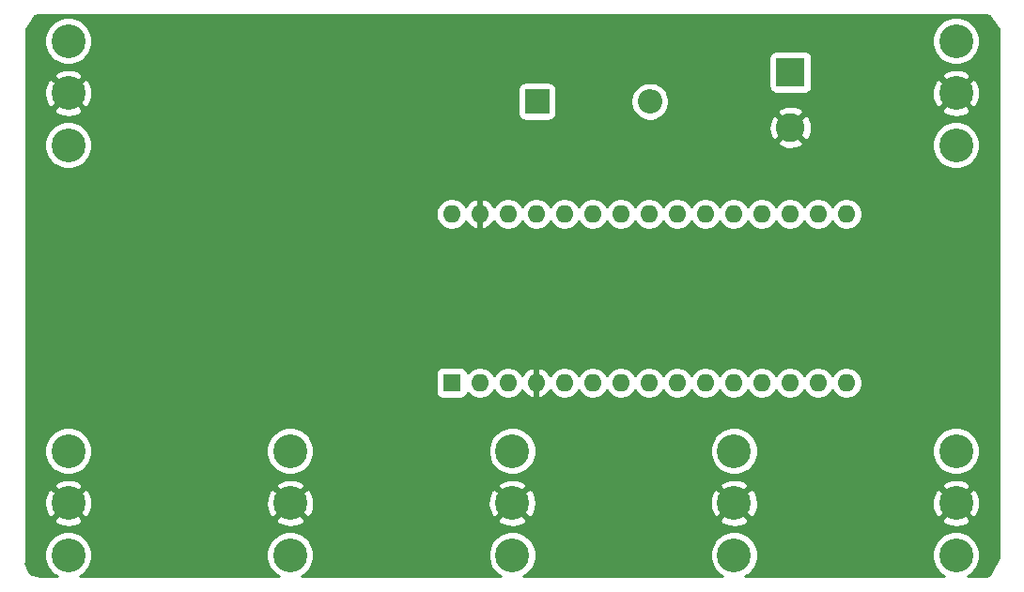
<source format=gbr>
G04 #@! TF.GenerationSoftware,KiCad,Pcbnew,(5.1.9)-1*
G04 #@! TF.CreationDate,2021-03-01T16:48:06-06:00*
G04 #@! TF.ProjectId,SW2,5357322e-6b69-4636-9164-5f7063625858,rev?*
G04 #@! TF.SameCoordinates,Original*
G04 #@! TF.FileFunction,Copper,L2,Bot*
G04 #@! TF.FilePolarity,Positive*
%FSLAX46Y46*%
G04 Gerber Fmt 4.6, Leading zero omitted, Abs format (unit mm)*
G04 Created by KiCad (PCBNEW (5.1.9)-1) date 2021-03-01 16:48:06*
%MOMM*%
%LPD*%
G01*
G04 APERTURE LIST*
G04 #@! TA.AperFunction,ComponentPad*
%ADD10O,2.200000X2.200000*%
G04 #@! TD*
G04 #@! TA.AperFunction,ComponentPad*
%ADD11R,2.200000X2.200000*%
G04 #@! TD*
G04 #@! TA.AperFunction,ComponentPad*
%ADD12C,3.048000*%
G04 #@! TD*
G04 #@! TA.AperFunction,ComponentPad*
%ADD13C,2.600000*%
G04 #@! TD*
G04 #@! TA.AperFunction,ComponentPad*
%ADD14R,2.600000X2.600000*%
G04 #@! TD*
G04 #@! TA.AperFunction,ComponentPad*
%ADD15O,1.600000X1.600000*%
G04 #@! TD*
G04 #@! TA.AperFunction,ComponentPad*
%ADD16R,1.600000X1.600000*%
G04 #@! TD*
G04 #@! TA.AperFunction,Conductor*
%ADD17C,0.254000*%
G04 #@! TD*
G04 #@! TA.AperFunction,Conductor*
%ADD18C,0.100000*%
G04 #@! TD*
G04 APERTURE END LIST*
D10*
X109905800Y-58445400D03*
D11*
X99745800Y-58445400D03*
D12*
X77500000Y-99400000D03*
X77500000Y-94700000D03*
X77500000Y-90000000D03*
D13*
X122580400Y-60803800D03*
D14*
X122580400Y-55803800D03*
D15*
X127609600Y-68594400D03*
X127609600Y-83834400D03*
X92049600Y-68594400D03*
X125069600Y-83834400D03*
X94589600Y-68594400D03*
X122529600Y-83834400D03*
X97129600Y-68594400D03*
X119989600Y-83834400D03*
X99669600Y-68594400D03*
X117449600Y-83834400D03*
X102209600Y-68594400D03*
X114909600Y-83834400D03*
X104749600Y-68594400D03*
X112369600Y-83834400D03*
X107289600Y-68594400D03*
X109829600Y-83834400D03*
X109829600Y-68594400D03*
X107289600Y-83834400D03*
X112369600Y-68594400D03*
X104749600Y-83834400D03*
X114909600Y-68594400D03*
X102209600Y-83834400D03*
X117449600Y-68594400D03*
X99669600Y-83834400D03*
X119989600Y-68594400D03*
X97129600Y-83834400D03*
X122529600Y-68594400D03*
X94589600Y-83834400D03*
X125069600Y-68594400D03*
D16*
X92049600Y-83834400D03*
D12*
X137500000Y-62400000D03*
X137500000Y-57700000D03*
X137500000Y-53000000D03*
X57500000Y-99400000D03*
X57500000Y-94700000D03*
X57500000Y-90000000D03*
X57500000Y-62400000D03*
X57500000Y-57700000D03*
X57500000Y-53000000D03*
X97500000Y-99400000D03*
X97500000Y-94700000D03*
X97500000Y-90000000D03*
X117500000Y-99400000D03*
X117500000Y-94700000D03*
X117500000Y-90000000D03*
X137500000Y-99400000D03*
X137500000Y-94700000D03*
X137500000Y-90000000D03*
D17*
X54966353Y-50685000D02*
X140033647Y-50685000D01*
X140127955Y-50675711D01*
X140259659Y-50688625D01*
X140509429Y-50764035D01*
X140531054Y-50775533D01*
X141316279Y-51953370D01*
X141315000Y-51966354D01*
X141315001Y-99586018D01*
X140487019Y-101241983D01*
X140268805Y-101309531D01*
X140128181Y-101324311D01*
X140033647Y-101315000D01*
X138518520Y-101315000D01*
X138522670Y-101313281D01*
X138876282Y-101077004D01*
X139177004Y-100776282D01*
X139413281Y-100422670D01*
X139576030Y-100029757D01*
X139659000Y-99612643D01*
X139659000Y-99187357D01*
X139576030Y-98770243D01*
X139413281Y-98377330D01*
X139177004Y-98023718D01*
X138876282Y-97722996D01*
X138522670Y-97486719D01*
X138129757Y-97323970D01*
X137712643Y-97241000D01*
X137287357Y-97241000D01*
X136870243Y-97323970D01*
X136477330Y-97486719D01*
X136123718Y-97722996D01*
X135822996Y-98023718D01*
X135586719Y-98377330D01*
X135423970Y-98770243D01*
X135341000Y-99187357D01*
X135341000Y-99612643D01*
X135423970Y-100029757D01*
X135586719Y-100422670D01*
X135822996Y-100776282D01*
X136123718Y-101077004D01*
X136477330Y-101313281D01*
X136481480Y-101315000D01*
X118518520Y-101315000D01*
X118522670Y-101313281D01*
X118876282Y-101077004D01*
X119177004Y-100776282D01*
X119413281Y-100422670D01*
X119576030Y-100029757D01*
X119659000Y-99612643D01*
X119659000Y-99187357D01*
X119576030Y-98770243D01*
X119413281Y-98377330D01*
X119177004Y-98023718D01*
X118876282Y-97722996D01*
X118522670Y-97486719D01*
X118129757Y-97323970D01*
X117712643Y-97241000D01*
X117287357Y-97241000D01*
X116870243Y-97323970D01*
X116477330Y-97486719D01*
X116123718Y-97722996D01*
X115822996Y-98023718D01*
X115586719Y-98377330D01*
X115423970Y-98770243D01*
X115341000Y-99187357D01*
X115341000Y-99612643D01*
X115423970Y-100029757D01*
X115586719Y-100422670D01*
X115822996Y-100776282D01*
X116123718Y-101077004D01*
X116477330Y-101313281D01*
X116481480Y-101315000D01*
X98518520Y-101315000D01*
X98522670Y-101313281D01*
X98876282Y-101077004D01*
X99177004Y-100776282D01*
X99413281Y-100422670D01*
X99576030Y-100029757D01*
X99659000Y-99612643D01*
X99659000Y-99187357D01*
X99576030Y-98770243D01*
X99413281Y-98377330D01*
X99177004Y-98023718D01*
X98876282Y-97722996D01*
X98522670Y-97486719D01*
X98129757Y-97323970D01*
X97712643Y-97241000D01*
X97287357Y-97241000D01*
X96870243Y-97323970D01*
X96477330Y-97486719D01*
X96123718Y-97722996D01*
X95822996Y-98023718D01*
X95586719Y-98377330D01*
X95423970Y-98770243D01*
X95341000Y-99187357D01*
X95341000Y-99612643D01*
X95423970Y-100029757D01*
X95586719Y-100422670D01*
X95822996Y-100776282D01*
X96123718Y-101077004D01*
X96477330Y-101313281D01*
X96481480Y-101315000D01*
X78518520Y-101315000D01*
X78522670Y-101313281D01*
X78876282Y-101077004D01*
X79177004Y-100776282D01*
X79413281Y-100422670D01*
X79576030Y-100029757D01*
X79659000Y-99612643D01*
X79659000Y-99187357D01*
X79576030Y-98770243D01*
X79413281Y-98377330D01*
X79177004Y-98023718D01*
X78876282Y-97722996D01*
X78522670Y-97486719D01*
X78129757Y-97323970D01*
X77712643Y-97241000D01*
X77287357Y-97241000D01*
X76870243Y-97323970D01*
X76477330Y-97486719D01*
X76123718Y-97722996D01*
X75822996Y-98023718D01*
X75586719Y-98377330D01*
X75423970Y-98770243D01*
X75341000Y-99187357D01*
X75341000Y-99612643D01*
X75423970Y-100029757D01*
X75586719Y-100422670D01*
X75822996Y-100776282D01*
X76123718Y-101077004D01*
X76477330Y-101313281D01*
X76481480Y-101315000D01*
X58518520Y-101315000D01*
X58522670Y-101313281D01*
X58876282Y-101077004D01*
X59177004Y-100776282D01*
X59413281Y-100422670D01*
X59576030Y-100029757D01*
X59659000Y-99612643D01*
X59659000Y-99187357D01*
X59576030Y-98770243D01*
X59413281Y-98377330D01*
X59177004Y-98023718D01*
X58876282Y-97722996D01*
X58522670Y-97486719D01*
X58129757Y-97323970D01*
X57712643Y-97241000D01*
X57287357Y-97241000D01*
X56870243Y-97323970D01*
X56477330Y-97486719D01*
X56123718Y-97722996D01*
X55822996Y-98023718D01*
X55586719Y-98377330D01*
X55423970Y-98770243D01*
X55341000Y-99187357D01*
X55341000Y-99612643D01*
X55423970Y-100029757D01*
X55586719Y-100422670D01*
X55822996Y-100776282D01*
X56123718Y-101077004D01*
X56477330Y-101313281D01*
X56481480Y-101315000D01*
X54966353Y-101315000D01*
X54873922Y-101324104D01*
X54290727Y-101129706D01*
X54260206Y-101113477D01*
X54058021Y-100948579D01*
X53891712Y-100747546D01*
X53767622Y-100518046D01*
X53690469Y-100268805D01*
X53675689Y-100128181D01*
X53685000Y-100033647D01*
X53685000Y-96208740D01*
X56170865Y-96208740D01*
X56329764Y-96526758D01*
X56708632Y-96719959D01*
X57117913Y-96835534D01*
X57541876Y-96869042D01*
X57964230Y-96819194D01*
X58368744Y-96687908D01*
X58670236Y-96526758D01*
X58829135Y-96208740D01*
X76170865Y-96208740D01*
X76329764Y-96526758D01*
X76708632Y-96719959D01*
X77117913Y-96835534D01*
X77541876Y-96869042D01*
X77964230Y-96819194D01*
X78368744Y-96687908D01*
X78670236Y-96526758D01*
X78829135Y-96208740D01*
X96170865Y-96208740D01*
X96329764Y-96526758D01*
X96708632Y-96719959D01*
X97117913Y-96835534D01*
X97541876Y-96869042D01*
X97964230Y-96819194D01*
X98368744Y-96687908D01*
X98670236Y-96526758D01*
X98829135Y-96208740D01*
X116170865Y-96208740D01*
X116329764Y-96526758D01*
X116708632Y-96719959D01*
X117117913Y-96835534D01*
X117541876Y-96869042D01*
X117964230Y-96819194D01*
X118368744Y-96687908D01*
X118670236Y-96526758D01*
X118829135Y-96208740D01*
X136170865Y-96208740D01*
X136329764Y-96526758D01*
X136708632Y-96719959D01*
X137117913Y-96835534D01*
X137541876Y-96869042D01*
X137964230Y-96819194D01*
X138368744Y-96687908D01*
X138670236Y-96526758D01*
X138829135Y-96208740D01*
X137500000Y-94879605D01*
X136170865Y-96208740D01*
X118829135Y-96208740D01*
X117500000Y-94879605D01*
X116170865Y-96208740D01*
X98829135Y-96208740D01*
X97500000Y-94879605D01*
X96170865Y-96208740D01*
X78829135Y-96208740D01*
X77500000Y-94879605D01*
X76170865Y-96208740D01*
X58829135Y-96208740D01*
X57500000Y-94879605D01*
X56170865Y-96208740D01*
X53685000Y-96208740D01*
X53685000Y-94741876D01*
X55330958Y-94741876D01*
X55380806Y-95164230D01*
X55512092Y-95568744D01*
X55673242Y-95870236D01*
X55991260Y-96029135D01*
X57320395Y-94700000D01*
X57679605Y-94700000D01*
X59008740Y-96029135D01*
X59326758Y-95870236D01*
X59519959Y-95491368D01*
X59635534Y-95082087D01*
X59662422Y-94741876D01*
X75330958Y-94741876D01*
X75380806Y-95164230D01*
X75512092Y-95568744D01*
X75673242Y-95870236D01*
X75991260Y-96029135D01*
X77320395Y-94700000D01*
X77679605Y-94700000D01*
X79008740Y-96029135D01*
X79326758Y-95870236D01*
X79519959Y-95491368D01*
X79635534Y-95082087D01*
X79662422Y-94741876D01*
X95330958Y-94741876D01*
X95380806Y-95164230D01*
X95512092Y-95568744D01*
X95673242Y-95870236D01*
X95991260Y-96029135D01*
X97320395Y-94700000D01*
X97679605Y-94700000D01*
X99008740Y-96029135D01*
X99326758Y-95870236D01*
X99519959Y-95491368D01*
X99635534Y-95082087D01*
X99662422Y-94741876D01*
X115330958Y-94741876D01*
X115380806Y-95164230D01*
X115512092Y-95568744D01*
X115673242Y-95870236D01*
X115991260Y-96029135D01*
X117320395Y-94700000D01*
X117679605Y-94700000D01*
X119008740Y-96029135D01*
X119326758Y-95870236D01*
X119519959Y-95491368D01*
X119635534Y-95082087D01*
X119662422Y-94741876D01*
X135330958Y-94741876D01*
X135380806Y-95164230D01*
X135512092Y-95568744D01*
X135673242Y-95870236D01*
X135991260Y-96029135D01*
X137320395Y-94700000D01*
X137679605Y-94700000D01*
X139008740Y-96029135D01*
X139326758Y-95870236D01*
X139519959Y-95491368D01*
X139635534Y-95082087D01*
X139669042Y-94658124D01*
X139619194Y-94235770D01*
X139487908Y-93831256D01*
X139326758Y-93529764D01*
X139008740Y-93370865D01*
X137679605Y-94700000D01*
X137320395Y-94700000D01*
X135991260Y-93370865D01*
X135673242Y-93529764D01*
X135480041Y-93908632D01*
X135364466Y-94317913D01*
X135330958Y-94741876D01*
X119662422Y-94741876D01*
X119669042Y-94658124D01*
X119619194Y-94235770D01*
X119487908Y-93831256D01*
X119326758Y-93529764D01*
X119008740Y-93370865D01*
X117679605Y-94700000D01*
X117320395Y-94700000D01*
X115991260Y-93370865D01*
X115673242Y-93529764D01*
X115480041Y-93908632D01*
X115364466Y-94317913D01*
X115330958Y-94741876D01*
X99662422Y-94741876D01*
X99669042Y-94658124D01*
X99619194Y-94235770D01*
X99487908Y-93831256D01*
X99326758Y-93529764D01*
X99008740Y-93370865D01*
X97679605Y-94700000D01*
X97320395Y-94700000D01*
X95991260Y-93370865D01*
X95673242Y-93529764D01*
X95480041Y-93908632D01*
X95364466Y-94317913D01*
X95330958Y-94741876D01*
X79662422Y-94741876D01*
X79669042Y-94658124D01*
X79619194Y-94235770D01*
X79487908Y-93831256D01*
X79326758Y-93529764D01*
X79008740Y-93370865D01*
X77679605Y-94700000D01*
X77320395Y-94700000D01*
X75991260Y-93370865D01*
X75673242Y-93529764D01*
X75480041Y-93908632D01*
X75364466Y-94317913D01*
X75330958Y-94741876D01*
X59662422Y-94741876D01*
X59669042Y-94658124D01*
X59619194Y-94235770D01*
X59487908Y-93831256D01*
X59326758Y-93529764D01*
X59008740Y-93370865D01*
X57679605Y-94700000D01*
X57320395Y-94700000D01*
X55991260Y-93370865D01*
X55673242Y-93529764D01*
X55480041Y-93908632D01*
X55364466Y-94317913D01*
X55330958Y-94741876D01*
X53685000Y-94741876D01*
X53685000Y-93191260D01*
X56170865Y-93191260D01*
X57500000Y-94520395D01*
X58829135Y-93191260D01*
X76170865Y-93191260D01*
X77500000Y-94520395D01*
X78829135Y-93191260D01*
X96170865Y-93191260D01*
X97500000Y-94520395D01*
X98829135Y-93191260D01*
X116170865Y-93191260D01*
X117500000Y-94520395D01*
X118829135Y-93191260D01*
X136170865Y-93191260D01*
X137500000Y-94520395D01*
X138829135Y-93191260D01*
X138670236Y-92873242D01*
X138291368Y-92680041D01*
X137882087Y-92564466D01*
X137458124Y-92530958D01*
X137035770Y-92580806D01*
X136631256Y-92712092D01*
X136329764Y-92873242D01*
X136170865Y-93191260D01*
X118829135Y-93191260D01*
X118670236Y-92873242D01*
X118291368Y-92680041D01*
X117882087Y-92564466D01*
X117458124Y-92530958D01*
X117035770Y-92580806D01*
X116631256Y-92712092D01*
X116329764Y-92873242D01*
X116170865Y-93191260D01*
X98829135Y-93191260D01*
X98670236Y-92873242D01*
X98291368Y-92680041D01*
X97882087Y-92564466D01*
X97458124Y-92530958D01*
X97035770Y-92580806D01*
X96631256Y-92712092D01*
X96329764Y-92873242D01*
X96170865Y-93191260D01*
X78829135Y-93191260D01*
X78670236Y-92873242D01*
X78291368Y-92680041D01*
X77882087Y-92564466D01*
X77458124Y-92530958D01*
X77035770Y-92580806D01*
X76631256Y-92712092D01*
X76329764Y-92873242D01*
X76170865Y-93191260D01*
X58829135Y-93191260D01*
X58670236Y-92873242D01*
X58291368Y-92680041D01*
X57882087Y-92564466D01*
X57458124Y-92530958D01*
X57035770Y-92580806D01*
X56631256Y-92712092D01*
X56329764Y-92873242D01*
X56170865Y-93191260D01*
X53685000Y-93191260D01*
X53685000Y-89787357D01*
X55341000Y-89787357D01*
X55341000Y-90212643D01*
X55423970Y-90629757D01*
X55586719Y-91022670D01*
X55822996Y-91376282D01*
X56123718Y-91677004D01*
X56477330Y-91913281D01*
X56870243Y-92076030D01*
X57287357Y-92159000D01*
X57712643Y-92159000D01*
X58129757Y-92076030D01*
X58522670Y-91913281D01*
X58876282Y-91677004D01*
X59177004Y-91376282D01*
X59413281Y-91022670D01*
X59576030Y-90629757D01*
X59659000Y-90212643D01*
X59659000Y-89787357D01*
X75341000Y-89787357D01*
X75341000Y-90212643D01*
X75423970Y-90629757D01*
X75586719Y-91022670D01*
X75822996Y-91376282D01*
X76123718Y-91677004D01*
X76477330Y-91913281D01*
X76870243Y-92076030D01*
X77287357Y-92159000D01*
X77712643Y-92159000D01*
X78129757Y-92076030D01*
X78522670Y-91913281D01*
X78876282Y-91677004D01*
X79177004Y-91376282D01*
X79413281Y-91022670D01*
X79576030Y-90629757D01*
X79659000Y-90212643D01*
X79659000Y-89787357D01*
X95341000Y-89787357D01*
X95341000Y-90212643D01*
X95423970Y-90629757D01*
X95586719Y-91022670D01*
X95822996Y-91376282D01*
X96123718Y-91677004D01*
X96477330Y-91913281D01*
X96870243Y-92076030D01*
X97287357Y-92159000D01*
X97712643Y-92159000D01*
X98129757Y-92076030D01*
X98522670Y-91913281D01*
X98876282Y-91677004D01*
X99177004Y-91376282D01*
X99413281Y-91022670D01*
X99576030Y-90629757D01*
X99659000Y-90212643D01*
X99659000Y-89787357D01*
X115341000Y-89787357D01*
X115341000Y-90212643D01*
X115423970Y-90629757D01*
X115586719Y-91022670D01*
X115822996Y-91376282D01*
X116123718Y-91677004D01*
X116477330Y-91913281D01*
X116870243Y-92076030D01*
X117287357Y-92159000D01*
X117712643Y-92159000D01*
X118129757Y-92076030D01*
X118522670Y-91913281D01*
X118876282Y-91677004D01*
X119177004Y-91376282D01*
X119413281Y-91022670D01*
X119576030Y-90629757D01*
X119659000Y-90212643D01*
X119659000Y-89787357D01*
X135341000Y-89787357D01*
X135341000Y-90212643D01*
X135423970Y-90629757D01*
X135586719Y-91022670D01*
X135822996Y-91376282D01*
X136123718Y-91677004D01*
X136477330Y-91913281D01*
X136870243Y-92076030D01*
X137287357Y-92159000D01*
X137712643Y-92159000D01*
X138129757Y-92076030D01*
X138522670Y-91913281D01*
X138876282Y-91677004D01*
X139177004Y-91376282D01*
X139413281Y-91022670D01*
X139576030Y-90629757D01*
X139659000Y-90212643D01*
X139659000Y-89787357D01*
X139576030Y-89370243D01*
X139413281Y-88977330D01*
X139177004Y-88623718D01*
X138876282Y-88322996D01*
X138522670Y-88086719D01*
X138129757Y-87923970D01*
X137712643Y-87841000D01*
X137287357Y-87841000D01*
X136870243Y-87923970D01*
X136477330Y-88086719D01*
X136123718Y-88322996D01*
X135822996Y-88623718D01*
X135586719Y-88977330D01*
X135423970Y-89370243D01*
X135341000Y-89787357D01*
X119659000Y-89787357D01*
X119576030Y-89370243D01*
X119413281Y-88977330D01*
X119177004Y-88623718D01*
X118876282Y-88322996D01*
X118522670Y-88086719D01*
X118129757Y-87923970D01*
X117712643Y-87841000D01*
X117287357Y-87841000D01*
X116870243Y-87923970D01*
X116477330Y-88086719D01*
X116123718Y-88322996D01*
X115822996Y-88623718D01*
X115586719Y-88977330D01*
X115423970Y-89370243D01*
X115341000Y-89787357D01*
X99659000Y-89787357D01*
X99576030Y-89370243D01*
X99413281Y-88977330D01*
X99177004Y-88623718D01*
X98876282Y-88322996D01*
X98522670Y-88086719D01*
X98129757Y-87923970D01*
X97712643Y-87841000D01*
X97287357Y-87841000D01*
X96870243Y-87923970D01*
X96477330Y-88086719D01*
X96123718Y-88322996D01*
X95822996Y-88623718D01*
X95586719Y-88977330D01*
X95423970Y-89370243D01*
X95341000Y-89787357D01*
X79659000Y-89787357D01*
X79576030Y-89370243D01*
X79413281Y-88977330D01*
X79177004Y-88623718D01*
X78876282Y-88322996D01*
X78522670Y-88086719D01*
X78129757Y-87923970D01*
X77712643Y-87841000D01*
X77287357Y-87841000D01*
X76870243Y-87923970D01*
X76477330Y-88086719D01*
X76123718Y-88322996D01*
X75822996Y-88623718D01*
X75586719Y-88977330D01*
X75423970Y-89370243D01*
X75341000Y-89787357D01*
X59659000Y-89787357D01*
X59576030Y-89370243D01*
X59413281Y-88977330D01*
X59177004Y-88623718D01*
X58876282Y-88322996D01*
X58522670Y-88086719D01*
X58129757Y-87923970D01*
X57712643Y-87841000D01*
X57287357Y-87841000D01*
X56870243Y-87923970D01*
X56477330Y-88086719D01*
X56123718Y-88322996D01*
X55822996Y-88623718D01*
X55586719Y-88977330D01*
X55423970Y-89370243D01*
X55341000Y-89787357D01*
X53685000Y-89787357D01*
X53685000Y-83034400D01*
X90611528Y-83034400D01*
X90611528Y-84634400D01*
X90623788Y-84758882D01*
X90660098Y-84878580D01*
X90719063Y-84988894D01*
X90798415Y-85085585D01*
X90895106Y-85164937D01*
X91005420Y-85223902D01*
X91125118Y-85260212D01*
X91249600Y-85272472D01*
X92849600Y-85272472D01*
X92974082Y-85260212D01*
X93093780Y-85223902D01*
X93204094Y-85164937D01*
X93300785Y-85085585D01*
X93380137Y-84988894D01*
X93439102Y-84878580D01*
X93475412Y-84758882D01*
X93476243Y-84750439D01*
X93674841Y-84949037D01*
X93909873Y-85106080D01*
X94171026Y-85214253D01*
X94448265Y-85269400D01*
X94730935Y-85269400D01*
X95008174Y-85214253D01*
X95269327Y-85106080D01*
X95504359Y-84949037D01*
X95704237Y-84749159D01*
X95859600Y-84516641D01*
X96014963Y-84749159D01*
X96214841Y-84949037D01*
X96449873Y-85106080D01*
X96711026Y-85214253D01*
X96988265Y-85269400D01*
X97270935Y-85269400D01*
X97548174Y-85214253D01*
X97809327Y-85106080D01*
X98044359Y-84949037D01*
X98244237Y-84749159D01*
X98401280Y-84514127D01*
X98405667Y-84503535D01*
X98517215Y-84689531D01*
X98706186Y-84897919D01*
X98932180Y-85065437D01*
X99186513Y-85185646D01*
X99320561Y-85226304D01*
X99542600Y-85104315D01*
X99542600Y-83961400D01*
X99522600Y-83961400D01*
X99522600Y-83707400D01*
X99542600Y-83707400D01*
X99542600Y-82564485D01*
X99796600Y-82564485D01*
X99796600Y-83707400D01*
X99816600Y-83707400D01*
X99816600Y-83961400D01*
X99796600Y-83961400D01*
X99796600Y-85104315D01*
X100018639Y-85226304D01*
X100152687Y-85185646D01*
X100407020Y-85065437D01*
X100633014Y-84897919D01*
X100821985Y-84689531D01*
X100933533Y-84503535D01*
X100937920Y-84514127D01*
X101094963Y-84749159D01*
X101294841Y-84949037D01*
X101529873Y-85106080D01*
X101791026Y-85214253D01*
X102068265Y-85269400D01*
X102350935Y-85269400D01*
X102628174Y-85214253D01*
X102889327Y-85106080D01*
X103124359Y-84949037D01*
X103324237Y-84749159D01*
X103479600Y-84516641D01*
X103634963Y-84749159D01*
X103834841Y-84949037D01*
X104069873Y-85106080D01*
X104331026Y-85214253D01*
X104608265Y-85269400D01*
X104890935Y-85269400D01*
X105168174Y-85214253D01*
X105429327Y-85106080D01*
X105664359Y-84949037D01*
X105864237Y-84749159D01*
X106019600Y-84516641D01*
X106174963Y-84749159D01*
X106374841Y-84949037D01*
X106609873Y-85106080D01*
X106871026Y-85214253D01*
X107148265Y-85269400D01*
X107430935Y-85269400D01*
X107708174Y-85214253D01*
X107969327Y-85106080D01*
X108204359Y-84949037D01*
X108404237Y-84749159D01*
X108559600Y-84516641D01*
X108714963Y-84749159D01*
X108914841Y-84949037D01*
X109149873Y-85106080D01*
X109411026Y-85214253D01*
X109688265Y-85269400D01*
X109970935Y-85269400D01*
X110248174Y-85214253D01*
X110509327Y-85106080D01*
X110744359Y-84949037D01*
X110944237Y-84749159D01*
X111099600Y-84516641D01*
X111254963Y-84749159D01*
X111454841Y-84949037D01*
X111689873Y-85106080D01*
X111951026Y-85214253D01*
X112228265Y-85269400D01*
X112510935Y-85269400D01*
X112788174Y-85214253D01*
X113049327Y-85106080D01*
X113284359Y-84949037D01*
X113484237Y-84749159D01*
X113639600Y-84516641D01*
X113794963Y-84749159D01*
X113994841Y-84949037D01*
X114229873Y-85106080D01*
X114491026Y-85214253D01*
X114768265Y-85269400D01*
X115050935Y-85269400D01*
X115328174Y-85214253D01*
X115589327Y-85106080D01*
X115824359Y-84949037D01*
X116024237Y-84749159D01*
X116179600Y-84516641D01*
X116334963Y-84749159D01*
X116534841Y-84949037D01*
X116769873Y-85106080D01*
X117031026Y-85214253D01*
X117308265Y-85269400D01*
X117590935Y-85269400D01*
X117868174Y-85214253D01*
X118129327Y-85106080D01*
X118364359Y-84949037D01*
X118564237Y-84749159D01*
X118719600Y-84516641D01*
X118874963Y-84749159D01*
X119074841Y-84949037D01*
X119309873Y-85106080D01*
X119571026Y-85214253D01*
X119848265Y-85269400D01*
X120130935Y-85269400D01*
X120408174Y-85214253D01*
X120669327Y-85106080D01*
X120904359Y-84949037D01*
X121104237Y-84749159D01*
X121259600Y-84516641D01*
X121414963Y-84749159D01*
X121614841Y-84949037D01*
X121849873Y-85106080D01*
X122111026Y-85214253D01*
X122388265Y-85269400D01*
X122670935Y-85269400D01*
X122948174Y-85214253D01*
X123209327Y-85106080D01*
X123444359Y-84949037D01*
X123644237Y-84749159D01*
X123799600Y-84516641D01*
X123954963Y-84749159D01*
X124154841Y-84949037D01*
X124389873Y-85106080D01*
X124651026Y-85214253D01*
X124928265Y-85269400D01*
X125210935Y-85269400D01*
X125488174Y-85214253D01*
X125749327Y-85106080D01*
X125984359Y-84949037D01*
X126184237Y-84749159D01*
X126339600Y-84516641D01*
X126494963Y-84749159D01*
X126694841Y-84949037D01*
X126929873Y-85106080D01*
X127191026Y-85214253D01*
X127468265Y-85269400D01*
X127750935Y-85269400D01*
X128028174Y-85214253D01*
X128289327Y-85106080D01*
X128524359Y-84949037D01*
X128724237Y-84749159D01*
X128881280Y-84514127D01*
X128989453Y-84252974D01*
X129044600Y-83975735D01*
X129044600Y-83693065D01*
X128989453Y-83415826D01*
X128881280Y-83154673D01*
X128724237Y-82919641D01*
X128524359Y-82719763D01*
X128289327Y-82562720D01*
X128028174Y-82454547D01*
X127750935Y-82399400D01*
X127468265Y-82399400D01*
X127191026Y-82454547D01*
X126929873Y-82562720D01*
X126694841Y-82719763D01*
X126494963Y-82919641D01*
X126339600Y-83152159D01*
X126184237Y-82919641D01*
X125984359Y-82719763D01*
X125749327Y-82562720D01*
X125488174Y-82454547D01*
X125210935Y-82399400D01*
X124928265Y-82399400D01*
X124651026Y-82454547D01*
X124389873Y-82562720D01*
X124154841Y-82719763D01*
X123954963Y-82919641D01*
X123799600Y-83152159D01*
X123644237Y-82919641D01*
X123444359Y-82719763D01*
X123209327Y-82562720D01*
X122948174Y-82454547D01*
X122670935Y-82399400D01*
X122388265Y-82399400D01*
X122111026Y-82454547D01*
X121849873Y-82562720D01*
X121614841Y-82719763D01*
X121414963Y-82919641D01*
X121259600Y-83152159D01*
X121104237Y-82919641D01*
X120904359Y-82719763D01*
X120669327Y-82562720D01*
X120408174Y-82454547D01*
X120130935Y-82399400D01*
X119848265Y-82399400D01*
X119571026Y-82454547D01*
X119309873Y-82562720D01*
X119074841Y-82719763D01*
X118874963Y-82919641D01*
X118719600Y-83152159D01*
X118564237Y-82919641D01*
X118364359Y-82719763D01*
X118129327Y-82562720D01*
X117868174Y-82454547D01*
X117590935Y-82399400D01*
X117308265Y-82399400D01*
X117031026Y-82454547D01*
X116769873Y-82562720D01*
X116534841Y-82719763D01*
X116334963Y-82919641D01*
X116179600Y-83152159D01*
X116024237Y-82919641D01*
X115824359Y-82719763D01*
X115589327Y-82562720D01*
X115328174Y-82454547D01*
X115050935Y-82399400D01*
X114768265Y-82399400D01*
X114491026Y-82454547D01*
X114229873Y-82562720D01*
X113994841Y-82719763D01*
X113794963Y-82919641D01*
X113639600Y-83152159D01*
X113484237Y-82919641D01*
X113284359Y-82719763D01*
X113049327Y-82562720D01*
X112788174Y-82454547D01*
X112510935Y-82399400D01*
X112228265Y-82399400D01*
X111951026Y-82454547D01*
X111689873Y-82562720D01*
X111454841Y-82719763D01*
X111254963Y-82919641D01*
X111099600Y-83152159D01*
X110944237Y-82919641D01*
X110744359Y-82719763D01*
X110509327Y-82562720D01*
X110248174Y-82454547D01*
X109970935Y-82399400D01*
X109688265Y-82399400D01*
X109411026Y-82454547D01*
X109149873Y-82562720D01*
X108914841Y-82719763D01*
X108714963Y-82919641D01*
X108559600Y-83152159D01*
X108404237Y-82919641D01*
X108204359Y-82719763D01*
X107969327Y-82562720D01*
X107708174Y-82454547D01*
X107430935Y-82399400D01*
X107148265Y-82399400D01*
X106871026Y-82454547D01*
X106609873Y-82562720D01*
X106374841Y-82719763D01*
X106174963Y-82919641D01*
X106019600Y-83152159D01*
X105864237Y-82919641D01*
X105664359Y-82719763D01*
X105429327Y-82562720D01*
X105168174Y-82454547D01*
X104890935Y-82399400D01*
X104608265Y-82399400D01*
X104331026Y-82454547D01*
X104069873Y-82562720D01*
X103834841Y-82719763D01*
X103634963Y-82919641D01*
X103479600Y-83152159D01*
X103324237Y-82919641D01*
X103124359Y-82719763D01*
X102889327Y-82562720D01*
X102628174Y-82454547D01*
X102350935Y-82399400D01*
X102068265Y-82399400D01*
X101791026Y-82454547D01*
X101529873Y-82562720D01*
X101294841Y-82719763D01*
X101094963Y-82919641D01*
X100937920Y-83154673D01*
X100933533Y-83165265D01*
X100821985Y-82979269D01*
X100633014Y-82770881D01*
X100407020Y-82603363D01*
X100152687Y-82483154D01*
X100018639Y-82442496D01*
X99796600Y-82564485D01*
X99542600Y-82564485D01*
X99320561Y-82442496D01*
X99186513Y-82483154D01*
X98932180Y-82603363D01*
X98706186Y-82770881D01*
X98517215Y-82979269D01*
X98405667Y-83165265D01*
X98401280Y-83154673D01*
X98244237Y-82919641D01*
X98044359Y-82719763D01*
X97809327Y-82562720D01*
X97548174Y-82454547D01*
X97270935Y-82399400D01*
X96988265Y-82399400D01*
X96711026Y-82454547D01*
X96449873Y-82562720D01*
X96214841Y-82719763D01*
X96014963Y-82919641D01*
X95859600Y-83152159D01*
X95704237Y-82919641D01*
X95504359Y-82719763D01*
X95269327Y-82562720D01*
X95008174Y-82454547D01*
X94730935Y-82399400D01*
X94448265Y-82399400D01*
X94171026Y-82454547D01*
X93909873Y-82562720D01*
X93674841Y-82719763D01*
X93476243Y-82918361D01*
X93475412Y-82909918D01*
X93439102Y-82790220D01*
X93380137Y-82679906D01*
X93300785Y-82583215D01*
X93204094Y-82503863D01*
X93093780Y-82444898D01*
X92974082Y-82408588D01*
X92849600Y-82396328D01*
X91249600Y-82396328D01*
X91125118Y-82408588D01*
X91005420Y-82444898D01*
X90895106Y-82503863D01*
X90798415Y-82583215D01*
X90719063Y-82679906D01*
X90660098Y-82790220D01*
X90623788Y-82909918D01*
X90611528Y-83034400D01*
X53685000Y-83034400D01*
X53685000Y-68453065D01*
X90614600Y-68453065D01*
X90614600Y-68735735D01*
X90669747Y-69012974D01*
X90777920Y-69274127D01*
X90934963Y-69509159D01*
X91134841Y-69709037D01*
X91369873Y-69866080D01*
X91631026Y-69974253D01*
X91908265Y-70029400D01*
X92190935Y-70029400D01*
X92468174Y-69974253D01*
X92729327Y-69866080D01*
X92964359Y-69709037D01*
X93164237Y-69509159D01*
X93321280Y-69274127D01*
X93325667Y-69263535D01*
X93437215Y-69449531D01*
X93626186Y-69657919D01*
X93852180Y-69825437D01*
X94106513Y-69945646D01*
X94240561Y-69986304D01*
X94462600Y-69864315D01*
X94462600Y-68721400D01*
X94442600Y-68721400D01*
X94442600Y-68467400D01*
X94462600Y-68467400D01*
X94462600Y-67324485D01*
X94716600Y-67324485D01*
X94716600Y-68467400D01*
X94736600Y-68467400D01*
X94736600Y-68721400D01*
X94716600Y-68721400D01*
X94716600Y-69864315D01*
X94938639Y-69986304D01*
X95072687Y-69945646D01*
X95327020Y-69825437D01*
X95553014Y-69657919D01*
X95741985Y-69449531D01*
X95853533Y-69263535D01*
X95857920Y-69274127D01*
X96014963Y-69509159D01*
X96214841Y-69709037D01*
X96449873Y-69866080D01*
X96711026Y-69974253D01*
X96988265Y-70029400D01*
X97270935Y-70029400D01*
X97548174Y-69974253D01*
X97809327Y-69866080D01*
X98044359Y-69709037D01*
X98244237Y-69509159D01*
X98399600Y-69276641D01*
X98554963Y-69509159D01*
X98754841Y-69709037D01*
X98989873Y-69866080D01*
X99251026Y-69974253D01*
X99528265Y-70029400D01*
X99810935Y-70029400D01*
X100088174Y-69974253D01*
X100349327Y-69866080D01*
X100584359Y-69709037D01*
X100784237Y-69509159D01*
X100939600Y-69276641D01*
X101094963Y-69509159D01*
X101294841Y-69709037D01*
X101529873Y-69866080D01*
X101791026Y-69974253D01*
X102068265Y-70029400D01*
X102350935Y-70029400D01*
X102628174Y-69974253D01*
X102889327Y-69866080D01*
X103124359Y-69709037D01*
X103324237Y-69509159D01*
X103479600Y-69276641D01*
X103634963Y-69509159D01*
X103834841Y-69709037D01*
X104069873Y-69866080D01*
X104331026Y-69974253D01*
X104608265Y-70029400D01*
X104890935Y-70029400D01*
X105168174Y-69974253D01*
X105429327Y-69866080D01*
X105664359Y-69709037D01*
X105864237Y-69509159D01*
X106019600Y-69276641D01*
X106174963Y-69509159D01*
X106374841Y-69709037D01*
X106609873Y-69866080D01*
X106871026Y-69974253D01*
X107148265Y-70029400D01*
X107430935Y-70029400D01*
X107708174Y-69974253D01*
X107969327Y-69866080D01*
X108204359Y-69709037D01*
X108404237Y-69509159D01*
X108559600Y-69276641D01*
X108714963Y-69509159D01*
X108914841Y-69709037D01*
X109149873Y-69866080D01*
X109411026Y-69974253D01*
X109688265Y-70029400D01*
X109970935Y-70029400D01*
X110248174Y-69974253D01*
X110509327Y-69866080D01*
X110744359Y-69709037D01*
X110944237Y-69509159D01*
X111099600Y-69276641D01*
X111254963Y-69509159D01*
X111454841Y-69709037D01*
X111689873Y-69866080D01*
X111951026Y-69974253D01*
X112228265Y-70029400D01*
X112510935Y-70029400D01*
X112788174Y-69974253D01*
X113049327Y-69866080D01*
X113284359Y-69709037D01*
X113484237Y-69509159D01*
X113639600Y-69276641D01*
X113794963Y-69509159D01*
X113994841Y-69709037D01*
X114229873Y-69866080D01*
X114491026Y-69974253D01*
X114768265Y-70029400D01*
X115050935Y-70029400D01*
X115328174Y-69974253D01*
X115589327Y-69866080D01*
X115824359Y-69709037D01*
X116024237Y-69509159D01*
X116179600Y-69276641D01*
X116334963Y-69509159D01*
X116534841Y-69709037D01*
X116769873Y-69866080D01*
X117031026Y-69974253D01*
X117308265Y-70029400D01*
X117590935Y-70029400D01*
X117868174Y-69974253D01*
X118129327Y-69866080D01*
X118364359Y-69709037D01*
X118564237Y-69509159D01*
X118719600Y-69276641D01*
X118874963Y-69509159D01*
X119074841Y-69709037D01*
X119309873Y-69866080D01*
X119571026Y-69974253D01*
X119848265Y-70029400D01*
X120130935Y-70029400D01*
X120408174Y-69974253D01*
X120669327Y-69866080D01*
X120904359Y-69709037D01*
X121104237Y-69509159D01*
X121259600Y-69276641D01*
X121414963Y-69509159D01*
X121614841Y-69709037D01*
X121849873Y-69866080D01*
X122111026Y-69974253D01*
X122388265Y-70029400D01*
X122670935Y-70029400D01*
X122948174Y-69974253D01*
X123209327Y-69866080D01*
X123444359Y-69709037D01*
X123644237Y-69509159D01*
X123799600Y-69276641D01*
X123954963Y-69509159D01*
X124154841Y-69709037D01*
X124389873Y-69866080D01*
X124651026Y-69974253D01*
X124928265Y-70029400D01*
X125210935Y-70029400D01*
X125488174Y-69974253D01*
X125749327Y-69866080D01*
X125984359Y-69709037D01*
X126184237Y-69509159D01*
X126339600Y-69276641D01*
X126494963Y-69509159D01*
X126694841Y-69709037D01*
X126929873Y-69866080D01*
X127191026Y-69974253D01*
X127468265Y-70029400D01*
X127750935Y-70029400D01*
X128028174Y-69974253D01*
X128289327Y-69866080D01*
X128524359Y-69709037D01*
X128724237Y-69509159D01*
X128881280Y-69274127D01*
X128989453Y-69012974D01*
X129044600Y-68735735D01*
X129044600Y-68453065D01*
X128989453Y-68175826D01*
X128881280Y-67914673D01*
X128724237Y-67679641D01*
X128524359Y-67479763D01*
X128289327Y-67322720D01*
X128028174Y-67214547D01*
X127750935Y-67159400D01*
X127468265Y-67159400D01*
X127191026Y-67214547D01*
X126929873Y-67322720D01*
X126694841Y-67479763D01*
X126494963Y-67679641D01*
X126339600Y-67912159D01*
X126184237Y-67679641D01*
X125984359Y-67479763D01*
X125749327Y-67322720D01*
X125488174Y-67214547D01*
X125210935Y-67159400D01*
X124928265Y-67159400D01*
X124651026Y-67214547D01*
X124389873Y-67322720D01*
X124154841Y-67479763D01*
X123954963Y-67679641D01*
X123799600Y-67912159D01*
X123644237Y-67679641D01*
X123444359Y-67479763D01*
X123209327Y-67322720D01*
X122948174Y-67214547D01*
X122670935Y-67159400D01*
X122388265Y-67159400D01*
X122111026Y-67214547D01*
X121849873Y-67322720D01*
X121614841Y-67479763D01*
X121414963Y-67679641D01*
X121259600Y-67912159D01*
X121104237Y-67679641D01*
X120904359Y-67479763D01*
X120669327Y-67322720D01*
X120408174Y-67214547D01*
X120130935Y-67159400D01*
X119848265Y-67159400D01*
X119571026Y-67214547D01*
X119309873Y-67322720D01*
X119074841Y-67479763D01*
X118874963Y-67679641D01*
X118719600Y-67912159D01*
X118564237Y-67679641D01*
X118364359Y-67479763D01*
X118129327Y-67322720D01*
X117868174Y-67214547D01*
X117590935Y-67159400D01*
X117308265Y-67159400D01*
X117031026Y-67214547D01*
X116769873Y-67322720D01*
X116534841Y-67479763D01*
X116334963Y-67679641D01*
X116179600Y-67912159D01*
X116024237Y-67679641D01*
X115824359Y-67479763D01*
X115589327Y-67322720D01*
X115328174Y-67214547D01*
X115050935Y-67159400D01*
X114768265Y-67159400D01*
X114491026Y-67214547D01*
X114229873Y-67322720D01*
X113994841Y-67479763D01*
X113794963Y-67679641D01*
X113639600Y-67912159D01*
X113484237Y-67679641D01*
X113284359Y-67479763D01*
X113049327Y-67322720D01*
X112788174Y-67214547D01*
X112510935Y-67159400D01*
X112228265Y-67159400D01*
X111951026Y-67214547D01*
X111689873Y-67322720D01*
X111454841Y-67479763D01*
X111254963Y-67679641D01*
X111099600Y-67912159D01*
X110944237Y-67679641D01*
X110744359Y-67479763D01*
X110509327Y-67322720D01*
X110248174Y-67214547D01*
X109970935Y-67159400D01*
X109688265Y-67159400D01*
X109411026Y-67214547D01*
X109149873Y-67322720D01*
X108914841Y-67479763D01*
X108714963Y-67679641D01*
X108559600Y-67912159D01*
X108404237Y-67679641D01*
X108204359Y-67479763D01*
X107969327Y-67322720D01*
X107708174Y-67214547D01*
X107430935Y-67159400D01*
X107148265Y-67159400D01*
X106871026Y-67214547D01*
X106609873Y-67322720D01*
X106374841Y-67479763D01*
X106174963Y-67679641D01*
X106019600Y-67912159D01*
X105864237Y-67679641D01*
X105664359Y-67479763D01*
X105429327Y-67322720D01*
X105168174Y-67214547D01*
X104890935Y-67159400D01*
X104608265Y-67159400D01*
X104331026Y-67214547D01*
X104069873Y-67322720D01*
X103834841Y-67479763D01*
X103634963Y-67679641D01*
X103479600Y-67912159D01*
X103324237Y-67679641D01*
X103124359Y-67479763D01*
X102889327Y-67322720D01*
X102628174Y-67214547D01*
X102350935Y-67159400D01*
X102068265Y-67159400D01*
X101791026Y-67214547D01*
X101529873Y-67322720D01*
X101294841Y-67479763D01*
X101094963Y-67679641D01*
X100939600Y-67912159D01*
X100784237Y-67679641D01*
X100584359Y-67479763D01*
X100349327Y-67322720D01*
X100088174Y-67214547D01*
X99810935Y-67159400D01*
X99528265Y-67159400D01*
X99251026Y-67214547D01*
X98989873Y-67322720D01*
X98754841Y-67479763D01*
X98554963Y-67679641D01*
X98399600Y-67912159D01*
X98244237Y-67679641D01*
X98044359Y-67479763D01*
X97809327Y-67322720D01*
X97548174Y-67214547D01*
X97270935Y-67159400D01*
X96988265Y-67159400D01*
X96711026Y-67214547D01*
X96449873Y-67322720D01*
X96214841Y-67479763D01*
X96014963Y-67679641D01*
X95857920Y-67914673D01*
X95853533Y-67925265D01*
X95741985Y-67739269D01*
X95553014Y-67530881D01*
X95327020Y-67363363D01*
X95072687Y-67243154D01*
X94938639Y-67202496D01*
X94716600Y-67324485D01*
X94462600Y-67324485D01*
X94240561Y-67202496D01*
X94106513Y-67243154D01*
X93852180Y-67363363D01*
X93626186Y-67530881D01*
X93437215Y-67739269D01*
X93325667Y-67925265D01*
X93321280Y-67914673D01*
X93164237Y-67679641D01*
X92964359Y-67479763D01*
X92729327Y-67322720D01*
X92468174Y-67214547D01*
X92190935Y-67159400D01*
X91908265Y-67159400D01*
X91631026Y-67214547D01*
X91369873Y-67322720D01*
X91134841Y-67479763D01*
X90934963Y-67679641D01*
X90777920Y-67914673D01*
X90669747Y-68175826D01*
X90614600Y-68453065D01*
X53685000Y-68453065D01*
X53685000Y-62187357D01*
X55341000Y-62187357D01*
X55341000Y-62612643D01*
X55423970Y-63029757D01*
X55586719Y-63422670D01*
X55822996Y-63776282D01*
X56123718Y-64077004D01*
X56477330Y-64313281D01*
X56870243Y-64476030D01*
X57287357Y-64559000D01*
X57712643Y-64559000D01*
X58129757Y-64476030D01*
X58522670Y-64313281D01*
X58876282Y-64077004D01*
X59177004Y-63776282D01*
X59413281Y-63422670D01*
X59576030Y-63029757D01*
X59659000Y-62612643D01*
X59659000Y-62187357D01*
X59652171Y-62153024D01*
X121410781Y-62153024D01*
X121542717Y-62448112D01*
X121883445Y-62618959D01*
X122250957Y-62720050D01*
X122631129Y-62747501D01*
X123009351Y-62700257D01*
X123371090Y-62580133D01*
X123618083Y-62448112D01*
X123734668Y-62187357D01*
X135341000Y-62187357D01*
X135341000Y-62612643D01*
X135423970Y-63029757D01*
X135586719Y-63422670D01*
X135822996Y-63776282D01*
X136123718Y-64077004D01*
X136477330Y-64313281D01*
X136870243Y-64476030D01*
X137287357Y-64559000D01*
X137712643Y-64559000D01*
X138129757Y-64476030D01*
X138522670Y-64313281D01*
X138876282Y-64077004D01*
X139177004Y-63776282D01*
X139413281Y-63422670D01*
X139576030Y-63029757D01*
X139659000Y-62612643D01*
X139659000Y-62187357D01*
X139576030Y-61770243D01*
X139413281Y-61377330D01*
X139177004Y-61023718D01*
X138876282Y-60722996D01*
X138522670Y-60486719D01*
X138129757Y-60323970D01*
X137712643Y-60241000D01*
X137287357Y-60241000D01*
X136870243Y-60323970D01*
X136477330Y-60486719D01*
X136123718Y-60722996D01*
X135822996Y-61023718D01*
X135586719Y-61377330D01*
X135423970Y-61770243D01*
X135341000Y-62187357D01*
X123734668Y-62187357D01*
X123750019Y-62153024D01*
X122580400Y-60983405D01*
X121410781Y-62153024D01*
X59652171Y-62153024D01*
X59576030Y-61770243D01*
X59413281Y-61377330D01*
X59177004Y-61023718D01*
X59007815Y-60854529D01*
X120636699Y-60854529D01*
X120683943Y-61232751D01*
X120804067Y-61594490D01*
X120936088Y-61841483D01*
X121231176Y-61973419D01*
X122400795Y-60803800D01*
X122760005Y-60803800D01*
X123929624Y-61973419D01*
X124224712Y-61841483D01*
X124395559Y-61500755D01*
X124496650Y-61133243D01*
X124524101Y-60753071D01*
X124476857Y-60374849D01*
X124356733Y-60013110D01*
X124224712Y-59766117D01*
X123929624Y-59634181D01*
X122760005Y-60803800D01*
X122400795Y-60803800D01*
X121231176Y-59634181D01*
X120936088Y-59766117D01*
X120765241Y-60106845D01*
X120664150Y-60474357D01*
X120636699Y-60854529D01*
X59007815Y-60854529D01*
X58876282Y-60722996D01*
X58522670Y-60486719D01*
X58129757Y-60323970D01*
X57712643Y-60241000D01*
X57287357Y-60241000D01*
X56870243Y-60323970D01*
X56477330Y-60486719D01*
X56123718Y-60722996D01*
X55822996Y-61023718D01*
X55586719Y-61377330D01*
X55423970Y-61770243D01*
X55341000Y-62187357D01*
X53685000Y-62187357D01*
X53685000Y-59208740D01*
X56170865Y-59208740D01*
X56329764Y-59526758D01*
X56708632Y-59719959D01*
X57117913Y-59835534D01*
X57541876Y-59869042D01*
X57964230Y-59819194D01*
X58368744Y-59687908D01*
X58670236Y-59526758D01*
X58829135Y-59208740D01*
X57500000Y-57879605D01*
X56170865Y-59208740D01*
X53685000Y-59208740D01*
X53685000Y-57741876D01*
X55330958Y-57741876D01*
X55380806Y-58164230D01*
X55512092Y-58568744D01*
X55673242Y-58870236D01*
X55991260Y-59029135D01*
X57320395Y-57700000D01*
X57679605Y-57700000D01*
X59008740Y-59029135D01*
X59326758Y-58870236D01*
X59519959Y-58491368D01*
X59635534Y-58082087D01*
X59669042Y-57658124D01*
X59632133Y-57345400D01*
X98007728Y-57345400D01*
X98007728Y-59545400D01*
X98019988Y-59669882D01*
X98056298Y-59789580D01*
X98115263Y-59899894D01*
X98194615Y-59996585D01*
X98291306Y-60075937D01*
X98401620Y-60134902D01*
X98521318Y-60171212D01*
X98645800Y-60183472D01*
X100845800Y-60183472D01*
X100970282Y-60171212D01*
X101089980Y-60134902D01*
X101200294Y-60075937D01*
X101296985Y-59996585D01*
X101376337Y-59899894D01*
X101435302Y-59789580D01*
X101471612Y-59669882D01*
X101483872Y-59545400D01*
X101483872Y-58274517D01*
X108170800Y-58274517D01*
X108170800Y-58616283D01*
X108237475Y-58951481D01*
X108368263Y-59267231D01*
X108558137Y-59551398D01*
X108799802Y-59793063D01*
X109083969Y-59982937D01*
X109399719Y-60113725D01*
X109734917Y-60180400D01*
X110076683Y-60180400D01*
X110411881Y-60113725D01*
X110727631Y-59982937D01*
X111011798Y-59793063D01*
X111253463Y-59551398D01*
X111318157Y-59454576D01*
X121410781Y-59454576D01*
X122580400Y-60624195D01*
X123750019Y-59454576D01*
X123640104Y-59208740D01*
X136170865Y-59208740D01*
X136329764Y-59526758D01*
X136708632Y-59719959D01*
X137117913Y-59835534D01*
X137541876Y-59869042D01*
X137964230Y-59819194D01*
X138368744Y-59687908D01*
X138670236Y-59526758D01*
X138829135Y-59208740D01*
X137500000Y-57879605D01*
X136170865Y-59208740D01*
X123640104Y-59208740D01*
X123618083Y-59159488D01*
X123277355Y-58988641D01*
X122909843Y-58887550D01*
X122529671Y-58860099D01*
X122151449Y-58907343D01*
X121789710Y-59027467D01*
X121542717Y-59159488D01*
X121410781Y-59454576D01*
X111318157Y-59454576D01*
X111443337Y-59267231D01*
X111574125Y-58951481D01*
X111640800Y-58616283D01*
X111640800Y-58274517D01*
X111574125Y-57939319D01*
X111492342Y-57741876D01*
X135330958Y-57741876D01*
X135380806Y-58164230D01*
X135512092Y-58568744D01*
X135673242Y-58870236D01*
X135991260Y-59029135D01*
X137320395Y-57700000D01*
X137679605Y-57700000D01*
X139008740Y-59029135D01*
X139326758Y-58870236D01*
X139519959Y-58491368D01*
X139635534Y-58082087D01*
X139669042Y-57658124D01*
X139619194Y-57235770D01*
X139487908Y-56831256D01*
X139326758Y-56529764D01*
X139008740Y-56370865D01*
X137679605Y-57700000D01*
X137320395Y-57700000D01*
X135991260Y-56370865D01*
X135673242Y-56529764D01*
X135480041Y-56908632D01*
X135364466Y-57317913D01*
X135330958Y-57741876D01*
X111492342Y-57741876D01*
X111443337Y-57623569D01*
X111253463Y-57339402D01*
X111011798Y-57097737D01*
X110727631Y-56907863D01*
X110411881Y-56777075D01*
X110076683Y-56710400D01*
X109734917Y-56710400D01*
X109399719Y-56777075D01*
X109083969Y-56907863D01*
X108799802Y-57097737D01*
X108558137Y-57339402D01*
X108368263Y-57623569D01*
X108237475Y-57939319D01*
X108170800Y-58274517D01*
X101483872Y-58274517D01*
X101483872Y-57345400D01*
X101471612Y-57220918D01*
X101435302Y-57101220D01*
X101376337Y-56990906D01*
X101296985Y-56894215D01*
X101200294Y-56814863D01*
X101089980Y-56755898D01*
X100970282Y-56719588D01*
X100845800Y-56707328D01*
X98645800Y-56707328D01*
X98521318Y-56719588D01*
X98401620Y-56755898D01*
X98291306Y-56814863D01*
X98194615Y-56894215D01*
X98115263Y-56990906D01*
X98056298Y-57101220D01*
X98019988Y-57220918D01*
X98007728Y-57345400D01*
X59632133Y-57345400D01*
X59619194Y-57235770D01*
X59487908Y-56831256D01*
X59326758Y-56529764D01*
X59008740Y-56370865D01*
X57679605Y-57700000D01*
X57320395Y-57700000D01*
X55991260Y-56370865D01*
X55673242Y-56529764D01*
X55480041Y-56908632D01*
X55364466Y-57317913D01*
X55330958Y-57741876D01*
X53685000Y-57741876D01*
X53685000Y-56191260D01*
X56170865Y-56191260D01*
X57500000Y-57520395D01*
X58829135Y-56191260D01*
X58670236Y-55873242D01*
X58291368Y-55680041D01*
X57882087Y-55564466D01*
X57458124Y-55530958D01*
X57035770Y-55580806D01*
X56631256Y-55712092D01*
X56329764Y-55873242D01*
X56170865Y-56191260D01*
X53685000Y-56191260D01*
X53685000Y-52787357D01*
X55341000Y-52787357D01*
X55341000Y-53212643D01*
X55423970Y-53629757D01*
X55586719Y-54022670D01*
X55822996Y-54376282D01*
X56123718Y-54677004D01*
X56477330Y-54913281D01*
X56870243Y-55076030D01*
X57287357Y-55159000D01*
X57712643Y-55159000D01*
X58129757Y-55076030D01*
X58522670Y-54913281D01*
X58876282Y-54677004D01*
X59049486Y-54503800D01*
X120642328Y-54503800D01*
X120642328Y-57103800D01*
X120654588Y-57228282D01*
X120690898Y-57347980D01*
X120749863Y-57458294D01*
X120829215Y-57554985D01*
X120925906Y-57634337D01*
X121036220Y-57693302D01*
X121155918Y-57729612D01*
X121280400Y-57741872D01*
X123880400Y-57741872D01*
X124004882Y-57729612D01*
X124124580Y-57693302D01*
X124234894Y-57634337D01*
X124331585Y-57554985D01*
X124410937Y-57458294D01*
X124469902Y-57347980D01*
X124506212Y-57228282D01*
X124518472Y-57103800D01*
X124518472Y-56191260D01*
X136170865Y-56191260D01*
X137500000Y-57520395D01*
X138829135Y-56191260D01*
X138670236Y-55873242D01*
X138291368Y-55680041D01*
X137882087Y-55564466D01*
X137458124Y-55530958D01*
X137035770Y-55580806D01*
X136631256Y-55712092D01*
X136329764Y-55873242D01*
X136170865Y-56191260D01*
X124518472Y-56191260D01*
X124518472Y-54503800D01*
X124506212Y-54379318D01*
X124469902Y-54259620D01*
X124410937Y-54149306D01*
X124331585Y-54052615D01*
X124234894Y-53973263D01*
X124124580Y-53914298D01*
X124004882Y-53877988D01*
X123880400Y-53865728D01*
X121280400Y-53865728D01*
X121155918Y-53877988D01*
X121036220Y-53914298D01*
X120925906Y-53973263D01*
X120829215Y-54052615D01*
X120749863Y-54149306D01*
X120690898Y-54259620D01*
X120654588Y-54379318D01*
X120642328Y-54503800D01*
X59049486Y-54503800D01*
X59177004Y-54376282D01*
X59413281Y-54022670D01*
X59576030Y-53629757D01*
X59659000Y-53212643D01*
X59659000Y-52787357D01*
X135341000Y-52787357D01*
X135341000Y-53212643D01*
X135423970Y-53629757D01*
X135586719Y-54022670D01*
X135822996Y-54376282D01*
X136123718Y-54677004D01*
X136477330Y-54913281D01*
X136870243Y-55076030D01*
X137287357Y-55159000D01*
X137712643Y-55159000D01*
X138129757Y-55076030D01*
X138522670Y-54913281D01*
X138876282Y-54677004D01*
X139177004Y-54376282D01*
X139413281Y-54022670D01*
X139576030Y-53629757D01*
X139659000Y-53212643D01*
X139659000Y-52787357D01*
X139576030Y-52370243D01*
X139413281Y-51977330D01*
X139177004Y-51623718D01*
X138876282Y-51322996D01*
X138522670Y-51086719D01*
X138129757Y-50923970D01*
X137712643Y-50841000D01*
X137287357Y-50841000D01*
X136870243Y-50923970D01*
X136477330Y-51086719D01*
X136123718Y-51322996D01*
X135822996Y-51623718D01*
X135586719Y-51977330D01*
X135423970Y-52370243D01*
X135341000Y-52787357D01*
X59659000Y-52787357D01*
X59576030Y-52370243D01*
X59413281Y-51977330D01*
X59177004Y-51623718D01*
X58876282Y-51322996D01*
X58522670Y-51086719D01*
X58129757Y-50923970D01*
X57712643Y-50841000D01*
X57287357Y-50841000D01*
X56870243Y-50923970D01*
X56477330Y-51086719D01*
X56123718Y-51322996D01*
X55822996Y-51623718D01*
X55586719Y-51977330D01*
X55423970Y-52370243D01*
X55341000Y-52787357D01*
X53685000Y-52787357D01*
X53685000Y-51966353D01*
X53683721Y-51953370D01*
X54469861Y-50774161D01*
X54481954Y-50767622D01*
X54731195Y-50690469D01*
X54871819Y-50675689D01*
X54966353Y-50685000D01*
G04 #@! TA.AperFunction,Conductor*
D18*
G36*
X54966353Y-50685000D02*
G01*
X140033647Y-50685000D01*
X140127955Y-50675711D01*
X140259659Y-50688625D01*
X140509429Y-50764035D01*
X140531054Y-50775533D01*
X141316279Y-51953370D01*
X141315000Y-51966354D01*
X141315001Y-99586018D01*
X140487019Y-101241983D01*
X140268805Y-101309531D01*
X140128181Y-101324311D01*
X140033647Y-101315000D01*
X138518520Y-101315000D01*
X138522670Y-101313281D01*
X138876282Y-101077004D01*
X139177004Y-100776282D01*
X139413281Y-100422670D01*
X139576030Y-100029757D01*
X139659000Y-99612643D01*
X139659000Y-99187357D01*
X139576030Y-98770243D01*
X139413281Y-98377330D01*
X139177004Y-98023718D01*
X138876282Y-97722996D01*
X138522670Y-97486719D01*
X138129757Y-97323970D01*
X137712643Y-97241000D01*
X137287357Y-97241000D01*
X136870243Y-97323970D01*
X136477330Y-97486719D01*
X136123718Y-97722996D01*
X135822996Y-98023718D01*
X135586719Y-98377330D01*
X135423970Y-98770243D01*
X135341000Y-99187357D01*
X135341000Y-99612643D01*
X135423970Y-100029757D01*
X135586719Y-100422670D01*
X135822996Y-100776282D01*
X136123718Y-101077004D01*
X136477330Y-101313281D01*
X136481480Y-101315000D01*
X118518520Y-101315000D01*
X118522670Y-101313281D01*
X118876282Y-101077004D01*
X119177004Y-100776282D01*
X119413281Y-100422670D01*
X119576030Y-100029757D01*
X119659000Y-99612643D01*
X119659000Y-99187357D01*
X119576030Y-98770243D01*
X119413281Y-98377330D01*
X119177004Y-98023718D01*
X118876282Y-97722996D01*
X118522670Y-97486719D01*
X118129757Y-97323970D01*
X117712643Y-97241000D01*
X117287357Y-97241000D01*
X116870243Y-97323970D01*
X116477330Y-97486719D01*
X116123718Y-97722996D01*
X115822996Y-98023718D01*
X115586719Y-98377330D01*
X115423970Y-98770243D01*
X115341000Y-99187357D01*
X115341000Y-99612643D01*
X115423970Y-100029757D01*
X115586719Y-100422670D01*
X115822996Y-100776282D01*
X116123718Y-101077004D01*
X116477330Y-101313281D01*
X116481480Y-101315000D01*
X98518520Y-101315000D01*
X98522670Y-101313281D01*
X98876282Y-101077004D01*
X99177004Y-100776282D01*
X99413281Y-100422670D01*
X99576030Y-100029757D01*
X99659000Y-99612643D01*
X99659000Y-99187357D01*
X99576030Y-98770243D01*
X99413281Y-98377330D01*
X99177004Y-98023718D01*
X98876282Y-97722996D01*
X98522670Y-97486719D01*
X98129757Y-97323970D01*
X97712643Y-97241000D01*
X97287357Y-97241000D01*
X96870243Y-97323970D01*
X96477330Y-97486719D01*
X96123718Y-97722996D01*
X95822996Y-98023718D01*
X95586719Y-98377330D01*
X95423970Y-98770243D01*
X95341000Y-99187357D01*
X95341000Y-99612643D01*
X95423970Y-100029757D01*
X95586719Y-100422670D01*
X95822996Y-100776282D01*
X96123718Y-101077004D01*
X96477330Y-101313281D01*
X96481480Y-101315000D01*
X78518520Y-101315000D01*
X78522670Y-101313281D01*
X78876282Y-101077004D01*
X79177004Y-100776282D01*
X79413281Y-100422670D01*
X79576030Y-100029757D01*
X79659000Y-99612643D01*
X79659000Y-99187357D01*
X79576030Y-98770243D01*
X79413281Y-98377330D01*
X79177004Y-98023718D01*
X78876282Y-97722996D01*
X78522670Y-97486719D01*
X78129757Y-97323970D01*
X77712643Y-97241000D01*
X77287357Y-97241000D01*
X76870243Y-97323970D01*
X76477330Y-97486719D01*
X76123718Y-97722996D01*
X75822996Y-98023718D01*
X75586719Y-98377330D01*
X75423970Y-98770243D01*
X75341000Y-99187357D01*
X75341000Y-99612643D01*
X75423970Y-100029757D01*
X75586719Y-100422670D01*
X75822996Y-100776282D01*
X76123718Y-101077004D01*
X76477330Y-101313281D01*
X76481480Y-101315000D01*
X58518520Y-101315000D01*
X58522670Y-101313281D01*
X58876282Y-101077004D01*
X59177004Y-100776282D01*
X59413281Y-100422670D01*
X59576030Y-100029757D01*
X59659000Y-99612643D01*
X59659000Y-99187357D01*
X59576030Y-98770243D01*
X59413281Y-98377330D01*
X59177004Y-98023718D01*
X58876282Y-97722996D01*
X58522670Y-97486719D01*
X58129757Y-97323970D01*
X57712643Y-97241000D01*
X57287357Y-97241000D01*
X56870243Y-97323970D01*
X56477330Y-97486719D01*
X56123718Y-97722996D01*
X55822996Y-98023718D01*
X55586719Y-98377330D01*
X55423970Y-98770243D01*
X55341000Y-99187357D01*
X55341000Y-99612643D01*
X55423970Y-100029757D01*
X55586719Y-100422670D01*
X55822996Y-100776282D01*
X56123718Y-101077004D01*
X56477330Y-101313281D01*
X56481480Y-101315000D01*
X54966353Y-101315000D01*
X54873922Y-101324104D01*
X54290727Y-101129706D01*
X54260206Y-101113477D01*
X54058021Y-100948579D01*
X53891712Y-100747546D01*
X53767622Y-100518046D01*
X53690469Y-100268805D01*
X53675689Y-100128181D01*
X53685000Y-100033647D01*
X53685000Y-96208740D01*
X56170865Y-96208740D01*
X56329764Y-96526758D01*
X56708632Y-96719959D01*
X57117913Y-96835534D01*
X57541876Y-96869042D01*
X57964230Y-96819194D01*
X58368744Y-96687908D01*
X58670236Y-96526758D01*
X58829135Y-96208740D01*
X76170865Y-96208740D01*
X76329764Y-96526758D01*
X76708632Y-96719959D01*
X77117913Y-96835534D01*
X77541876Y-96869042D01*
X77964230Y-96819194D01*
X78368744Y-96687908D01*
X78670236Y-96526758D01*
X78829135Y-96208740D01*
X96170865Y-96208740D01*
X96329764Y-96526758D01*
X96708632Y-96719959D01*
X97117913Y-96835534D01*
X97541876Y-96869042D01*
X97964230Y-96819194D01*
X98368744Y-96687908D01*
X98670236Y-96526758D01*
X98829135Y-96208740D01*
X116170865Y-96208740D01*
X116329764Y-96526758D01*
X116708632Y-96719959D01*
X117117913Y-96835534D01*
X117541876Y-96869042D01*
X117964230Y-96819194D01*
X118368744Y-96687908D01*
X118670236Y-96526758D01*
X118829135Y-96208740D01*
X136170865Y-96208740D01*
X136329764Y-96526758D01*
X136708632Y-96719959D01*
X137117913Y-96835534D01*
X137541876Y-96869042D01*
X137964230Y-96819194D01*
X138368744Y-96687908D01*
X138670236Y-96526758D01*
X138829135Y-96208740D01*
X137500000Y-94879605D01*
X136170865Y-96208740D01*
X118829135Y-96208740D01*
X117500000Y-94879605D01*
X116170865Y-96208740D01*
X98829135Y-96208740D01*
X97500000Y-94879605D01*
X96170865Y-96208740D01*
X78829135Y-96208740D01*
X77500000Y-94879605D01*
X76170865Y-96208740D01*
X58829135Y-96208740D01*
X57500000Y-94879605D01*
X56170865Y-96208740D01*
X53685000Y-96208740D01*
X53685000Y-94741876D01*
X55330958Y-94741876D01*
X55380806Y-95164230D01*
X55512092Y-95568744D01*
X55673242Y-95870236D01*
X55991260Y-96029135D01*
X57320395Y-94700000D01*
X57679605Y-94700000D01*
X59008740Y-96029135D01*
X59326758Y-95870236D01*
X59519959Y-95491368D01*
X59635534Y-95082087D01*
X59662422Y-94741876D01*
X75330958Y-94741876D01*
X75380806Y-95164230D01*
X75512092Y-95568744D01*
X75673242Y-95870236D01*
X75991260Y-96029135D01*
X77320395Y-94700000D01*
X77679605Y-94700000D01*
X79008740Y-96029135D01*
X79326758Y-95870236D01*
X79519959Y-95491368D01*
X79635534Y-95082087D01*
X79662422Y-94741876D01*
X95330958Y-94741876D01*
X95380806Y-95164230D01*
X95512092Y-95568744D01*
X95673242Y-95870236D01*
X95991260Y-96029135D01*
X97320395Y-94700000D01*
X97679605Y-94700000D01*
X99008740Y-96029135D01*
X99326758Y-95870236D01*
X99519959Y-95491368D01*
X99635534Y-95082087D01*
X99662422Y-94741876D01*
X115330958Y-94741876D01*
X115380806Y-95164230D01*
X115512092Y-95568744D01*
X115673242Y-95870236D01*
X115991260Y-96029135D01*
X117320395Y-94700000D01*
X117679605Y-94700000D01*
X119008740Y-96029135D01*
X119326758Y-95870236D01*
X119519959Y-95491368D01*
X119635534Y-95082087D01*
X119662422Y-94741876D01*
X135330958Y-94741876D01*
X135380806Y-95164230D01*
X135512092Y-95568744D01*
X135673242Y-95870236D01*
X135991260Y-96029135D01*
X137320395Y-94700000D01*
X137679605Y-94700000D01*
X139008740Y-96029135D01*
X139326758Y-95870236D01*
X139519959Y-95491368D01*
X139635534Y-95082087D01*
X139669042Y-94658124D01*
X139619194Y-94235770D01*
X139487908Y-93831256D01*
X139326758Y-93529764D01*
X139008740Y-93370865D01*
X137679605Y-94700000D01*
X137320395Y-94700000D01*
X135991260Y-93370865D01*
X135673242Y-93529764D01*
X135480041Y-93908632D01*
X135364466Y-94317913D01*
X135330958Y-94741876D01*
X119662422Y-94741876D01*
X119669042Y-94658124D01*
X119619194Y-94235770D01*
X119487908Y-93831256D01*
X119326758Y-93529764D01*
X119008740Y-93370865D01*
X117679605Y-94700000D01*
X117320395Y-94700000D01*
X115991260Y-93370865D01*
X115673242Y-93529764D01*
X115480041Y-93908632D01*
X115364466Y-94317913D01*
X115330958Y-94741876D01*
X99662422Y-94741876D01*
X99669042Y-94658124D01*
X99619194Y-94235770D01*
X99487908Y-93831256D01*
X99326758Y-93529764D01*
X99008740Y-93370865D01*
X97679605Y-94700000D01*
X97320395Y-94700000D01*
X95991260Y-93370865D01*
X95673242Y-93529764D01*
X95480041Y-93908632D01*
X95364466Y-94317913D01*
X95330958Y-94741876D01*
X79662422Y-94741876D01*
X79669042Y-94658124D01*
X79619194Y-94235770D01*
X79487908Y-93831256D01*
X79326758Y-93529764D01*
X79008740Y-93370865D01*
X77679605Y-94700000D01*
X77320395Y-94700000D01*
X75991260Y-93370865D01*
X75673242Y-93529764D01*
X75480041Y-93908632D01*
X75364466Y-94317913D01*
X75330958Y-94741876D01*
X59662422Y-94741876D01*
X59669042Y-94658124D01*
X59619194Y-94235770D01*
X59487908Y-93831256D01*
X59326758Y-93529764D01*
X59008740Y-93370865D01*
X57679605Y-94700000D01*
X57320395Y-94700000D01*
X55991260Y-93370865D01*
X55673242Y-93529764D01*
X55480041Y-93908632D01*
X55364466Y-94317913D01*
X55330958Y-94741876D01*
X53685000Y-94741876D01*
X53685000Y-93191260D01*
X56170865Y-93191260D01*
X57500000Y-94520395D01*
X58829135Y-93191260D01*
X76170865Y-93191260D01*
X77500000Y-94520395D01*
X78829135Y-93191260D01*
X96170865Y-93191260D01*
X97500000Y-94520395D01*
X98829135Y-93191260D01*
X116170865Y-93191260D01*
X117500000Y-94520395D01*
X118829135Y-93191260D01*
X136170865Y-93191260D01*
X137500000Y-94520395D01*
X138829135Y-93191260D01*
X138670236Y-92873242D01*
X138291368Y-92680041D01*
X137882087Y-92564466D01*
X137458124Y-92530958D01*
X137035770Y-92580806D01*
X136631256Y-92712092D01*
X136329764Y-92873242D01*
X136170865Y-93191260D01*
X118829135Y-93191260D01*
X118670236Y-92873242D01*
X118291368Y-92680041D01*
X117882087Y-92564466D01*
X117458124Y-92530958D01*
X117035770Y-92580806D01*
X116631256Y-92712092D01*
X116329764Y-92873242D01*
X116170865Y-93191260D01*
X98829135Y-93191260D01*
X98670236Y-92873242D01*
X98291368Y-92680041D01*
X97882087Y-92564466D01*
X97458124Y-92530958D01*
X97035770Y-92580806D01*
X96631256Y-92712092D01*
X96329764Y-92873242D01*
X96170865Y-93191260D01*
X78829135Y-93191260D01*
X78670236Y-92873242D01*
X78291368Y-92680041D01*
X77882087Y-92564466D01*
X77458124Y-92530958D01*
X77035770Y-92580806D01*
X76631256Y-92712092D01*
X76329764Y-92873242D01*
X76170865Y-93191260D01*
X58829135Y-93191260D01*
X58670236Y-92873242D01*
X58291368Y-92680041D01*
X57882087Y-92564466D01*
X57458124Y-92530958D01*
X57035770Y-92580806D01*
X56631256Y-92712092D01*
X56329764Y-92873242D01*
X56170865Y-93191260D01*
X53685000Y-93191260D01*
X53685000Y-89787357D01*
X55341000Y-89787357D01*
X55341000Y-90212643D01*
X55423970Y-90629757D01*
X55586719Y-91022670D01*
X55822996Y-91376282D01*
X56123718Y-91677004D01*
X56477330Y-91913281D01*
X56870243Y-92076030D01*
X57287357Y-92159000D01*
X57712643Y-92159000D01*
X58129757Y-92076030D01*
X58522670Y-91913281D01*
X58876282Y-91677004D01*
X59177004Y-91376282D01*
X59413281Y-91022670D01*
X59576030Y-90629757D01*
X59659000Y-90212643D01*
X59659000Y-89787357D01*
X75341000Y-89787357D01*
X75341000Y-90212643D01*
X75423970Y-90629757D01*
X75586719Y-91022670D01*
X75822996Y-91376282D01*
X76123718Y-91677004D01*
X76477330Y-91913281D01*
X76870243Y-92076030D01*
X77287357Y-92159000D01*
X77712643Y-92159000D01*
X78129757Y-92076030D01*
X78522670Y-91913281D01*
X78876282Y-91677004D01*
X79177004Y-91376282D01*
X79413281Y-91022670D01*
X79576030Y-90629757D01*
X79659000Y-90212643D01*
X79659000Y-89787357D01*
X95341000Y-89787357D01*
X95341000Y-90212643D01*
X95423970Y-90629757D01*
X95586719Y-91022670D01*
X95822996Y-91376282D01*
X96123718Y-91677004D01*
X96477330Y-91913281D01*
X96870243Y-92076030D01*
X97287357Y-92159000D01*
X97712643Y-92159000D01*
X98129757Y-92076030D01*
X98522670Y-91913281D01*
X98876282Y-91677004D01*
X99177004Y-91376282D01*
X99413281Y-91022670D01*
X99576030Y-90629757D01*
X99659000Y-90212643D01*
X99659000Y-89787357D01*
X115341000Y-89787357D01*
X115341000Y-90212643D01*
X115423970Y-90629757D01*
X115586719Y-91022670D01*
X115822996Y-91376282D01*
X116123718Y-91677004D01*
X116477330Y-91913281D01*
X116870243Y-92076030D01*
X117287357Y-92159000D01*
X117712643Y-92159000D01*
X118129757Y-92076030D01*
X118522670Y-91913281D01*
X118876282Y-91677004D01*
X119177004Y-91376282D01*
X119413281Y-91022670D01*
X119576030Y-90629757D01*
X119659000Y-90212643D01*
X119659000Y-89787357D01*
X135341000Y-89787357D01*
X135341000Y-90212643D01*
X135423970Y-90629757D01*
X135586719Y-91022670D01*
X135822996Y-91376282D01*
X136123718Y-91677004D01*
X136477330Y-91913281D01*
X136870243Y-92076030D01*
X137287357Y-92159000D01*
X137712643Y-92159000D01*
X138129757Y-92076030D01*
X138522670Y-91913281D01*
X138876282Y-91677004D01*
X139177004Y-91376282D01*
X139413281Y-91022670D01*
X139576030Y-90629757D01*
X139659000Y-90212643D01*
X139659000Y-89787357D01*
X139576030Y-89370243D01*
X139413281Y-88977330D01*
X139177004Y-88623718D01*
X138876282Y-88322996D01*
X138522670Y-88086719D01*
X138129757Y-87923970D01*
X137712643Y-87841000D01*
X137287357Y-87841000D01*
X136870243Y-87923970D01*
X136477330Y-88086719D01*
X136123718Y-88322996D01*
X135822996Y-88623718D01*
X135586719Y-88977330D01*
X135423970Y-89370243D01*
X135341000Y-89787357D01*
X119659000Y-89787357D01*
X119576030Y-89370243D01*
X119413281Y-88977330D01*
X119177004Y-88623718D01*
X118876282Y-88322996D01*
X118522670Y-88086719D01*
X118129757Y-87923970D01*
X117712643Y-87841000D01*
X117287357Y-87841000D01*
X116870243Y-87923970D01*
X116477330Y-88086719D01*
X116123718Y-88322996D01*
X115822996Y-88623718D01*
X115586719Y-88977330D01*
X115423970Y-89370243D01*
X115341000Y-89787357D01*
X99659000Y-89787357D01*
X99576030Y-89370243D01*
X99413281Y-88977330D01*
X99177004Y-88623718D01*
X98876282Y-88322996D01*
X98522670Y-88086719D01*
X98129757Y-87923970D01*
X97712643Y-87841000D01*
X97287357Y-87841000D01*
X96870243Y-87923970D01*
X96477330Y-88086719D01*
X96123718Y-88322996D01*
X95822996Y-88623718D01*
X95586719Y-88977330D01*
X95423970Y-89370243D01*
X95341000Y-89787357D01*
X79659000Y-89787357D01*
X79576030Y-89370243D01*
X79413281Y-88977330D01*
X79177004Y-88623718D01*
X78876282Y-88322996D01*
X78522670Y-88086719D01*
X78129757Y-87923970D01*
X77712643Y-87841000D01*
X77287357Y-87841000D01*
X76870243Y-87923970D01*
X76477330Y-88086719D01*
X76123718Y-88322996D01*
X75822996Y-88623718D01*
X75586719Y-88977330D01*
X75423970Y-89370243D01*
X75341000Y-89787357D01*
X59659000Y-89787357D01*
X59576030Y-89370243D01*
X59413281Y-88977330D01*
X59177004Y-88623718D01*
X58876282Y-88322996D01*
X58522670Y-88086719D01*
X58129757Y-87923970D01*
X57712643Y-87841000D01*
X57287357Y-87841000D01*
X56870243Y-87923970D01*
X56477330Y-88086719D01*
X56123718Y-88322996D01*
X55822996Y-88623718D01*
X55586719Y-88977330D01*
X55423970Y-89370243D01*
X55341000Y-89787357D01*
X53685000Y-89787357D01*
X53685000Y-83034400D01*
X90611528Y-83034400D01*
X90611528Y-84634400D01*
X90623788Y-84758882D01*
X90660098Y-84878580D01*
X90719063Y-84988894D01*
X90798415Y-85085585D01*
X90895106Y-85164937D01*
X91005420Y-85223902D01*
X91125118Y-85260212D01*
X91249600Y-85272472D01*
X92849600Y-85272472D01*
X92974082Y-85260212D01*
X93093780Y-85223902D01*
X93204094Y-85164937D01*
X93300785Y-85085585D01*
X93380137Y-84988894D01*
X93439102Y-84878580D01*
X93475412Y-84758882D01*
X93476243Y-84750439D01*
X93674841Y-84949037D01*
X93909873Y-85106080D01*
X94171026Y-85214253D01*
X94448265Y-85269400D01*
X94730935Y-85269400D01*
X95008174Y-85214253D01*
X95269327Y-85106080D01*
X95504359Y-84949037D01*
X95704237Y-84749159D01*
X95859600Y-84516641D01*
X96014963Y-84749159D01*
X96214841Y-84949037D01*
X96449873Y-85106080D01*
X96711026Y-85214253D01*
X96988265Y-85269400D01*
X97270935Y-85269400D01*
X97548174Y-85214253D01*
X97809327Y-85106080D01*
X98044359Y-84949037D01*
X98244237Y-84749159D01*
X98401280Y-84514127D01*
X98405667Y-84503535D01*
X98517215Y-84689531D01*
X98706186Y-84897919D01*
X98932180Y-85065437D01*
X99186513Y-85185646D01*
X99320561Y-85226304D01*
X99542600Y-85104315D01*
X99542600Y-83961400D01*
X99522600Y-83961400D01*
X99522600Y-83707400D01*
X99542600Y-83707400D01*
X99542600Y-82564485D01*
X99796600Y-82564485D01*
X99796600Y-83707400D01*
X99816600Y-83707400D01*
X99816600Y-83961400D01*
X99796600Y-83961400D01*
X99796600Y-85104315D01*
X100018639Y-85226304D01*
X100152687Y-85185646D01*
X100407020Y-85065437D01*
X100633014Y-84897919D01*
X100821985Y-84689531D01*
X100933533Y-84503535D01*
X100937920Y-84514127D01*
X101094963Y-84749159D01*
X101294841Y-84949037D01*
X101529873Y-85106080D01*
X101791026Y-85214253D01*
X102068265Y-85269400D01*
X102350935Y-85269400D01*
X102628174Y-85214253D01*
X102889327Y-85106080D01*
X103124359Y-84949037D01*
X103324237Y-84749159D01*
X103479600Y-84516641D01*
X103634963Y-84749159D01*
X103834841Y-84949037D01*
X104069873Y-85106080D01*
X104331026Y-85214253D01*
X104608265Y-85269400D01*
X104890935Y-85269400D01*
X105168174Y-85214253D01*
X105429327Y-85106080D01*
X105664359Y-84949037D01*
X105864237Y-84749159D01*
X106019600Y-84516641D01*
X106174963Y-84749159D01*
X106374841Y-84949037D01*
X106609873Y-85106080D01*
X106871026Y-85214253D01*
X107148265Y-85269400D01*
X107430935Y-85269400D01*
X107708174Y-85214253D01*
X107969327Y-85106080D01*
X108204359Y-84949037D01*
X108404237Y-84749159D01*
X108559600Y-84516641D01*
X108714963Y-84749159D01*
X108914841Y-84949037D01*
X109149873Y-85106080D01*
X109411026Y-85214253D01*
X109688265Y-85269400D01*
X109970935Y-85269400D01*
X110248174Y-85214253D01*
X110509327Y-85106080D01*
X110744359Y-84949037D01*
X110944237Y-84749159D01*
X111099600Y-84516641D01*
X111254963Y-84749159D01*
X111454841Y-84949037D01*
X111689873Y-85106080D01*
X111951026Y-85214253D01*
X112228265Y-85269400D01*
X112510935Y-85269400D01*
X112788174Y-85214253D01*
X113049327Y-85106080D01*
X113284359Y-84949037D01*
X113484237Y-84749159D01*
X113639600Y-84516641D01*
X113794963Y-84749159D01*
X113994841Y-84949037D01*
X114229873Y-85106080D01*
X114491026Y-85214253D01*
X114768265Y-85269400D01*
X115050935Y-85269400D01*
X115328174Y-85214253D01*
X115589327Y-85106080D01*
X115824359Y-84949037D01*
X116024237Y-84749159D01*
X116179600Y-84516641D01*
X116334963Y-84749159D01*
X116534841Y-84949037D01*
X116769873Y-85106080D01*
X117031026Y-85214253D01*
X117308265Y-85269400D01*
X117590935Y-85269400D01*
X117868174Y-85214253D01*
X118129327Y-85106080D01*
X118364359Y-84949037D01*
X118564237Y-84749159D01*
X118719600Y-84516641D01*
X118874963Y-84749159D01*
X119074841Y-84949037D01*
X119309873Y-85106080D01*
X119571026Y-85214253D01*
X119848265Y-85269400D01*
X120130935Y-85269400D01*
X120408174Y-85214253D01*
X120669327Y-85106080D01*
X120904359Y-84949037D01*
X121104237Y-84749159D01*
X121259600Y-84516641D01*
X121414963Y-84749159D01*
X121614841Y-84949037D01*
X121849873Y-85106080D01*
X122111026Y-85214253D01*
X122388265Y-85269400D01*
X122670935Y-85269400D01*
X122948174Y-85214253D01*
X123209327Y-85106080D01*
X123444359Y-84949037D01*
X123644237Y-84749159D01*
X123799600Y-84516641D01*
X123954963Y-84749159D01*
X124154841Y-84949037D01*
X124389873Y-85106080D01*
X124651026Y-85214253D01*
X124928265Y-85269400D01*
X125210935Y-85269400D01*
X125488174Y-85214253D01*
X125749327Y-85106080D01*
X125984359Y-84949037D01*
X126184237Y-84749159D01*
X126339600Y-84516641D01*
X126494963Y-84749159D01*
X126694841Y-84949037D01*
X126929873Y-85106080D01*
X127191026Y-85214253D01*
X127468265Y-85269400D01*
X127750935Y-85269400D01*
X128028174Y-85214253D01*
X128289327Y-85106080D01*
X128524359Y-84949037D01*
X128724237Y-84749159D01*
X128881280Y-84514127D01*
X128989453Y-84252974D01*
X129044600Y-83975735D01*
X129044600Y-83693065D01*
X128989453Y-83415826D01*
X128881280Y-83154673D01*
X128724237Y-82919641D01*
X128524359Y-82719763D01*
X128289327Y-82562720D01*
X128028174Y-82454547D01*
X127750935Y-82399400D01*
X127468265Y-82399400D01*
X127191026Y-82454547D01*
X126929873Y-82562720D01*
X126694841Y-82719763D01*
X126494963Y-82919641D01*
X126339600Y-83152159D01*
X126184237Y-82919641D01*
X125984359Y-82719763D01*
X125749327Y-82562720D01*
X125488174Y-82454547D01*
X125210935Y-82399400D01*
X124928265Y-82399400D01*
X124651026Y-82454547D01*
X124389873Y-82562720D01*
X124154841Y-82719763D01*
X123954963Y-82919641D01*
X123799600Y-83152159D01*
X123644237Y-82919641D01*
X123444359Y-82719763D01*
X123209327Y-82562720D01*
X122948174Y-82454547D01*
X122670935Y-82399400D01*
X122388265Y-82399400D01*
X122111026Y-82454547D01*
X121849873Y-82562720D01*
X121614841Y-82719763D01*
X121414963Y-82919641D01*
X121259600Y-83152159D01*
X121104237Y-82919641D01*
X120904359Y-82719763D01*
X120669327Y-82562720D01*
X120408174Y-82454547D01*
X120130935Y-82399400D01*
X119848265Y-82399400D01*
X119571026Y-82454547D01*
X119309873Y-82562720D01*
X119074841Y-82719763D01*
X118874963Y-82919641D01*
X118719600Y-83152159D01*
X118564237Y-82919641D01*
X118364359Y-82719763D01*
X118129327Y-82562720D01*
X117868174Y-82454547D01*
X117590935Y-82399400D01*
X117308265Y-82399400D01*
X117031026Y-82454547D01*
X116769873Y-82562720D01*
X116534841Y-82719763D01*
X116334963Y-82919641D01*
X116179600Y-83152159D01*
X116024237Y-82919641D01*
X115824359Y-82719763D01*
X115589327Y-82562720D01*
X115328174Y-82454547D01*
X115050935Y-82399400D01*
X114768265Y-82399400D01*
X114491026Y-82454547D01*
X114229873Y-82562720D01*
X113994841Y-82719763D01*
X113794963Y-82919641D01*
X113639600Y-83152159D01*
X113484237Y-82919641D01*
X113284359Y-82719763D01*
X113049327Y-82562720D01*
X112788174Y-82454547D01*
X112510935Y-82399400D01*
X112228265Y-82399400D01*
X111951026Y-82454547D01*
X111689873Y-82562720D01*
X111454841Y-82719763D01*
X111254963Y-82919641D01*
X111099600Y-83152159D01*
X110944237Y-82919641D01*
X110744359Y-82719763D01*
X110509327Y-82562720D01*
X110248174Y-82454547D01*
X109970935Y-82399400D01*
X109688265Y-82399400D01*
X109411026Y-82454547D01*
X109149873Y-82562720D01*
X108914841Y-82719763D01*
X108714963Y-82919641D01*
X108559600Y-83152159D01*
X108404237Y-82919641D01*
X108204359Y-82719763D01*
X107969327Y-82562720D01*
X107708174Y-82454547D01*
X107430935Y-82399400D01*
X107148265Y-82399400D01*
X106871026Y-82454547D01*
X106609873Y-82562720D01*
X106374841Y-82719763D01*
X106174963Y-82919641D01*
X106019600Y-83152159D01*
X105864237Y-82919641D01*
X105664359Y-82719763D01*
X105429327Y-82562720D01*
X105168174Y-82454547D01*
X104890935Y-82399400D01*
X104608265Y-82399400D01*
X104331026Y-82454547D01*
X104069873Y-82562720D01*
X103834841Y-82719763D01*
X103634963Y-82919641D01*
X103479600Y-83152159D01*
X103324237Y-82919641D01*
X103124359Y-82719763D01*
X102889327Y-82562720D01*
X102628174Y-82454547D01*
X102350935Y-82399400D01*
X102068265Y-82399400D01*
X101791026Y-82454547D01*
X101529873Y-82562720D01*
X101294841Y-82719763D01*
X101094963Y-82919641D01*
X100937920Y-83154673D01*
X100933533Y-83165265D01*
X100821985Y-82979269D01*
X100633014Y-82770881D01*
X100407020Y-82603363D01*
X100152687Y-82483154D01*
X100018639Y-82442496D01*
X99796600Y-82564485D01*
X99542600Y-82564485D01*
X99320561Y-82442496D01*
X99186513Y-82483154D01*
X98932180Y-82603363D01*
X98706186Y-82770881D01*
X98517215Y-82979269D01*
X98405667Y-83165265D01*
X98401280Y-83154673D01*
X98244237Y-82919641D01*
X98044359Y-82719763D01*
X97809327Y-82562720D01*
X97548174Y-82454547D01*
X97270935Y-82399400D01*
X96988265Y-82399400D01*
X96711026Y-82454547D01*
X96449873Y-82562720D01*
X96214841Y-82719763D01*
X96014963Y-82919641D01*
X95859600Y-83152159D01*
X95704237Y-82919641D01*
X95504359Y-82719763D01*
X95269327Y-82562720D01*
X95008174Y-82454547D01*
X94730935Y-82399400D01*
X94448265Y-82399400D01*
X94171026Y-82454547D01*
X93909873Y-82562720D01*
X93674841Y-82719763D01*
X93476243Y-82918361D01*
X93475412Y-82909918D01*
X93439102Y-82790220D01*
X93380137Y-82679906D01*
X93300785Y-82583215D01*
X93204094Y-82503863D01*
X93093780Y-82444898D01*
X92974082Y-82408588D01*
X92849600Y-82396328D01*
X91249600Y-82396328D01*
X91125118Y-82408588D01*
X91005420Y-82444898D01*
X90895106Y-82503863D01*
X90798415Y-82583215D01*
X90719063Y-82679906D01*
X90660098Y-82790220D01*
X90623788Y-82909918D01*
X90611528Y-83034400D01*
X53685000Y-83034400D01*
X53685000Y-68453065D01*
X90614600Y-68453065D01*
X90614600Y-68735735D01*
X90669747Y-69012974D01*
X90777920Y-69274127D01*
X90934963Y-69509159D01*
X91134841Y-69709037D01*
X91369873Y-69866080D01*
X91631026Y-69974253D01*
X91908265Y-70029400D01*
X92190935Y-70029400D01*
X92468174Y-69974253D01*
X92729327Y-69866080D01*
X92964359Y-69709037D01*
X93164237Y-69509159D01*
X93321280Y-69274127D01*
X93325667Y-69263535D01*
X93437215Y-69449531D01*
X93626186Y-69657919D01*
X93852180Y-69825437D01*
X94106513Y-69945646D01*
X94240561Y-69986304D01*
X94462600Y-69864315D01*
X94462600Y-68721400D01*
X94442600Y-68721400D01*
X94442600Y-68467400D01*
X94462600Y-68467400D01*
X94462600Y-67324485D01*
X94716600Y-67324485D01*
X94716600Y-68467400D01*
X94736600Y-68467400D01*
X94736600Y-68721400D01*
X94716600Y-68721400D01*
X94716600Y-69864315D01*
X94938639Y-69986304D01*
X95072687Y-69945646D01*
X95327020Y-69825437D01*
X95553014Y-69657919D01*
X95741985Y-69449531D01*
X95853533Y-69263535D01*
X95857920Y-69274127D01*
X96014963Y-69509159D01*
X96214841Y-69709037D01*
X96449873Y-69866080D01*
X96711026Y-69974253D01*
X96988265Y-70029400D01*
X97270935Y-70029400D01*
X97548174Y-69974253D01*
X97809327Y-69866080D01*
X98044359Y-69709037D01*
X98244237Y-69509159D01*
X98399600Y-69276641D01*
X98554963Y-69509159D01*
X98754841Y-69709037D01*
X98989873Y-69866080D01*
X99251026Y-69974253D01*
X99528265Y-70029400D01*
X99810935Y-70029400D01*
X100088174Y-69974253D01*
X100349327Y-69866080D01*
X100584359Y-69709037D01*
X100784237Y-69509159D01*
X100939600Y-69276641D01*
X101094963Y-69509159D01*
X101294841Y-69709037D01*
X101529873Y-69866080D01*
X101791026Y-69974253D01*
X102068265Y-70029400D01*
X102350935Y-70029400D01*
X102628174Y-69974253D01*
X102889327Y-69866080D01*
X103124359Y-69709037D01*
X103324237Y-69509159D01*
X103479600Y-69276641D01*
X103634963Y-69509159D01*
X103834841Y-69709037D01*
X104069873Y-69866080D01*
X104331026Y-69974253D01*
X104608265Y-70029400D01*
X104890935Y-70029400D01*
X105168174Y-69974253D01*
X105429327Y-69866080D01*
X105664359Y-69709037D01*
X105864237Y-69509159D01*
X106019600Y-69276641D01*
X106174963Y-69509159D01*
X106374841Y-69709037D01*
X106609873Y-69866080D01*
X106871026Y-69974253D01*
X107148265Y-70029400D01*
X107430935Y-70029400D01*
X107708174Y-69974253D01*
X107969327Y-69866080D01*
X108204359Y-69709037D01*
X108404237Y-69509159D01*
X108559600Y-69276641D01*
X108714963Y-69509159D01*
X108914841Y-69709037D01*
X109149873Y-69866080D01*
X109411026Y-69974253D01*
X109688265Y-70029400D01*
X109970935Y-70029400D01*
X110248174Y-69974253D01*
X110509327Y-69866080D01*
X110744359Y-69709037D01*
X110944237Y-69509159D01*
X111099600Y-69276641D01*
X111254963Y-69509159D01*
X111454841Y-69709037D01*
X111689873Y-69866080D01*
X111951026Y-69974253D01*
X112228265Y-70029400D01*
X112510935Y-70029400D01*
X112788174Y-69974253D01*
X113049327Y-69866080D01*
X113284359Y-69709037D01*
X113484237Y-69509159D01*
X113639600Y-69276641D01*
X113794963Y-69509159D01*
X113994841Y-69709037D01*
X114229873Y-69866080D01*
X114491026Y-69974253D01*
X114768265Y-70029400D01*
X115050935Y-70029400D01*
X115328174Y-69974253D01*
X115589327Y-69866080D01*
X115824359Y-69709037D01*
X116024237Y-69509159D01*
X116179600Y-69276641D01*
X116334963Y-69509159D01*
X116534841Y-69709037D01*
X116769873Y-69866080D01*
X117031026Y-69974253D01*
X117308265Y-70029400D01*
X117590935Y-70029400D01*
X117868174Y-69974253D01*
X118129327Y-69866080D01*
X118364359Y-69709037D01*
X118564237Y-69509159D01*
X118719600Y-69276641D01*
X118874963Y-69509159D01*
X119074841Y-69709037D01*
X119309873Y-69866080D01*
X119571026Y-69974253D01*
X119848265Y-70029400D01*
X120130935Y-70029400D01*
X120408174Y-69974253D01*
X120669327Y-69866080D01*
X120904359Y-69709037D01*
X121104237Y-69509159D01*
X121259600Y-69276641D01*
X121414963Y-69509159D01*
X121614841Y-69709037D01*
X121849873Y-69866080D01*
X122111026Y-69974253D01*
X122388265Y-70029400D01*
X122670935Y-70029400D01*
X122948174Y-69974253D01*
X123209327Y-69866080D01*
X123444359Y-69709037D01*
X123644237Y-69509159D01*
X123799600Y-69276641D01*
X123954963Y-69509159D01*
X124154841Y-69709037D01*
X124389873Y-69866080D01*
X124651026Y-69974253D01*
X124928265Y-70029400D01*
X125210935Y-70029400D01*
X125488174Y-69974253D01*
X125749327Y-69866080D01*
X125984359Y-69709037D01*
X126184237Y-69509159D01*
X126339600Y-69276641D01*
X126494963Y-69509159D01*
X126694841Y-69709037D01*
X126929873Y-69866080D01*
X127191026Y-69974253D01*
X127468265Y-70029400D01*
X127750935Y-70029400D01*
X128028174Y-69974253D01*
X128289327Y-69866080D01*
X128524359Y-69709037D01*
X128724237Y-69509159D01*
X128881280Y-69274127D01*
X128989453Y-69012974D01*
X129044600Y-68735735D01*
X129044600Y-68453065D01*
X128989453Y-68175826D01*
X128881280Y-67914673D01*
X128724237Y-67679641D01*
X128524359Y-67479763D01*
X128289327Y-67322720D01*
X128028174Y-67214547D01*
X127750935Y-67159400D01*
X127468265Y-67159400D01*
X127191026Y-67214547D01*
X126929873Y-67322720D01*
X126694841Y-67479763D01*
X126494963Y-67679641D01*
X126339600Y-67912159D01*
X126184237Y-67679641D01*
X125984359Y-67479763D01*
X125749327Y-67322720D01*
X125488174Y-67214547D01*
X125210935Y-67159400D01*
X124928265Y-67159400D01*
X124651026Y-67214547D01*
X124389873Y-67322720D01*
X124154841Y-67479763D01*
X123954963Y-67679641D01*
X123799600Y-67912159D01*
X123644237Y-67679641D01*
X123444359Y-67479763D01*
X123209327Y-67322720D01*
X122948174Y-67214547D01*
X122670935Y-67159400D01*
X122388265Y-67159400D01*
X122111026Y-67214547D01*
X121849873Y-67322720D01*
X121614841Y-67479763D01*
X121414963Y-67679641D01*
X121259600Y-67912159D01*
X121104237Y-67679641D01*
X120904359Y-67479763D01*
X120669327Y-67322720D01*
X120408174Y-67214547D01*
X120130935Y-67159400D01*
X119848265Y-67159400D01*
X119571026Y-67214547D01*
X119309873Y-67322720D01*
X119074841Y-67479763D01*
X118874963Y-67679641D01*
X118719600Y-67912159D01*
X118564237Y-67679641D01*
X118364359Y-67479763D01*
X118129327Y-67322720D01*
X117868174Y-67214547D01*
X117590935Y-67159400D01*
X117308265Y-67159400D01*
X117031026Y-67214547D01*
X116769873Y-67322720D01*
X116534841Y-67479763D01*
X116334963Y-67679641D01*
X116179600Y-67912159D01*
X116024237Y-67679641D01*
X115824359Y-67479763D01*
X115589327Y-67322720D01*
X115328174Y-67214547D01*
X115050935Y-67159400D01*
X114768265Y-67159400D01*
X114491026Y-67214547D01*
X114229873Y-67322720D01*
X113994841Y-67479763D01*
X113794963Y-67679641D01*
X113639600Y-67912159D01*
X113484237Y-67679641D01*
X113284359Y-67479763D01*
X113049327Y-67322720D01*
X112788174Y-67214547D01*
X112510935Y-67159400D01*
X112228265Y-67159400D01*
X111951026Y-67214547D01*
X111689873Y-67322720D01*
X111454841Y-67479763D01*
X111254963Y-67679641D01*
X111099600Y-67912159D01*
X110944237Y-67679641D01*
X110744359Y-67479763D01*
X110509327Y-67322720D01*
X110248174Y-67214547D01*
X109970935Y-67159400D01*
X109688265Y-67159400D01*
X109411026Y-67214547D01*
X109149873Y-67322720D01*
X108914841Y-67479763D01*
X108714963Y-67679641D01*
X108559600Y-67912159D01*
X108404237Y-67679641D01*
X108204359Y-67479763D01*
X107969327Y-67322720D01*
X107708174Y-67214547D01*
X107430935Y-67159400D01*
X107148265Y-67159400D01*
X106871026Y-67214547D01*
X106609873Y-67322720D01*
X106374841Y-67479763D01*
X106174963Y-67679641D01*
X106019600Y-67912159D01*
X105864237Y-67679641D01*
X105664359Y-67479763D01*
X105429327Y-67322720D01*
X105168174Y-67214547D01*
X104890935Y-67159400D01*
X104608265Y-67159400D01*
X104331026Y-67214547D01*
X104069873Y-67322720D01*
X103834841Y-67479763D01*
X103634963Y-67679641D01*
X103479600Y-67912159D01*
X103324237Y-67679641D01*
X103124359Y-67479763D01*
X102889327Y-67322720D01*
X102628174Y-67214547D01*
X102350935Y-67159400D01*
X102068265Y-67159400D01*
X101791026Y-67214547D01*
X101529873Y-67322720D01*
X101294841Y-67479763D01*
X101094963Y-67679641D01*
X100939600Y-67912159D01*
X100784237Y-67679641D01*
X100584359Y-67479763D01*
X100349327Y-67322720D01*
X100088174Y-67214547D01*
X99810935Y-67159400D01*
X99528265Y-67159400D01*
X99251026Y-67214547D01*
X98989873Y-67322720D01*
X98754841Y-67479763D01*
X98554963Y-67679641D01*
X98399600Y-67912159D01*
X98244237Y-67679641D01*
X98044359Y-67479763D01*
X97809327Y-67322720D01*
X97548174Y-67214547D01*
X97270935Y-67159400D01*
X96988265Y-67159400D01*
X96711026Y-67214547D01*
X96449873Y-67322720D01*
X96214841Y-67479763D01*
X96014963Y-67679641D01*
X95857920Y-67914673D01*
X95853533Y-67925265D01*
X95741985Y-67739269D01*
X95553014Y-67530881D01*
X95327020Y-67363363D01*
X95072687Y-67243154D01*
X94938639Y-67202496D01*
X94716600Y-67324485D01*
X94462600Y-67324485D01*
X94240561Y-67202496D01*
X94106513Y-67243154D01*
X93852180Y-67363363D01*
X93626186Y-67530881D01*
X93437215Y-67739269D01*
X93325667Y-67925265D01*
X93321280Y-67914673D01*
X93164237Y-67679641D01*
X92964359Y-67479763D01*
X92729327Y-67322720D01*
X92468174Y-67214547D01*
X92190935Y-67159400D01*
X91908265Y-67159400D01*
X91631026Y-67214547D01*
X91369873Y-67322720D01*
X91134841Y-67479763D01*
X90934963Y-67679641D01*
X90777920Y-67914673D01*
X90669747Y-68175826D01*
X90614600Y-68453065D01*
X53685000Y-68453065D01*
X53685000Y-62187357D01*
X55341000Y-62187357D01*
X55341000Y-62612643D01*
X55423970Y-63029757D01*
X55586719Y-63422670D01*
X55822996Y-63776282D01*
X56123718Y-64077004D01*
X56477330Y-64313281D01*
X56870243Y-64476030D01*
X57287357Y-64559000D01*
X57712643Y-64559000D01*
X58129757Y-64476030D01*
X58522670Y-64313281D01*
X58876282Y-64077004D01*
X59177004Y-63776282D01*
X59413281Y-63422670D01*
X59576030Y-63029757D01*
X59659000Y-62612643D01*
X59659000Y-62187357D01*
X59652171Y-62153024D01*
X121410781Y-62153024D01*
X121542717Y-62448112D01*
X121883445Y-62618959D01*
X122250957Y-62720050D01*
X122631129Y-62747501D01*
X123009351Y-62700257D01*
X123371090Y-62580133D01*
X123618083Y-62448112D01*
X123734668Y-62187357D01*
X135341000Y-62187357D01*
X135341000Y-62612643D01*
X135423970Y-63029757D01*
X135586719Y-63422670D01*
X135822996Y-63776282D01*
X136123718Y-64077004D01*
X136477330Y-64313281D01*
X136870243Y-64476030D01*
X137287357Y-64559000D01*
X137712643Y-64559000D01*
X138129757Y-64476030D01*
X138522670Y-64313281D01*
X138876282Y-64077004D01*
X139177004Y-63776282D01*
X139413281Y-63422670D01*
X139576030Y-63029757D01*
X139659000Y-62612643D01*
X139659000Y-62187357D01*
X139576030Y-61770243D01*
X139413281Y-61377330D01*
X139177004Y-61023718D01*
X138876282Y-60722996D01*
X138522670Y-60486719D01*
X138129757Y-60323970D01*
X137712643Y-60241000D01*
X137287357Y-60241000D01*
X136870243Y-60323970D01*
X136477330Y-60486719D01*
X136123718Y-60722996D01*
X135822996Y-61023718D01*
X135586719Y-61377330D01*
X135423970Y-61770243D01*
X135341000Y-62187357D01*
X123734668Y-62187357D01*
X123750019Y-62153024D01*
X122580400Y-60983405D01*
X121410781Y-62153024D01*
X59652171Y-62153024D01*
X59576030Y-61770243D01*
X59413281Y-61377330D01*
X59177004Y-61023718D01*
X59007815Y-60854529D01*
X120636699Y-60854529D01*
X120683943Y-61232751D01*
X120804067Y-61594490D01*
X120936088Y-61841483D01*
X121231176Y-61973419D01*
X122400795Y-60803800D01*
X122760005Y-60803800D01*
X123929624Y-61973419D01*
X124224712Y-61841483D01*
X124395559Y-61500755D01*
X124496650Y-61133243D01*
X124524101Y-60753071D01*
X124476857Y-60374849D01*
X124356733Y-60013110D01*
X124224712Y-59766117D01*
X123929624Y-59634181D01*
X122760005Y-60803800D01*
X122400795Y-60803800D01*
X121231176Y-59634181D01*
X120936088Y-59766117D01*
X120765241Y-60106845D01*
X120664150Y-60474357D01*
X120636699Y-60854529D01*
X59007815Y-60854529D01*
X58876282Y-60722996D01*
X58522670Y-60486719D01*
X58129757Y-60323970D01*
X57712643Y-60241000D01*
X57287357Y-60241000D01*
X56870243Y-60323970D01*
X56477330Y-60486719D01*
X56123718Y-60722996D01*
X55822996Y-61023718D01*
X55586719Y-61377330D01*
X55423970Y-61770243D01*
X55341000Y-62187357D01*
X53685000Y-62187357D01*
X53685000Y-59208740D01*
X56170865Y-59208740D01*
X56329764Y-59526758D01*
X56708632Y-59719959D01*
X57117913Y-59835534D01*
X57541876Y-59869042D01*
X57964230Y-59819194D01*
X58368744Y-59687908D01*
X58670236Y-59526758D01*
X58829135Y-59208740D01*
X57500000Y-57879605D01*
X56170865Y-59208740D01*
X53685000Y-59208740D01*
X53685000Y-57741876D01*
X55330958Y-57741876D01*
X55380806Y-58164230D01*
X55512092Y-58568744D01*
X55673242Y-58870236D01*
X55991260Y-59029135D01*
X57320395Y-57700000D01*
X57679605Y-57700000D01*
X59008740Y-59029135D01*
X59326758Y-58870236D01*
X59519959Y-58491368D01*
X59635534Y-58082087D01*
X59669042Y-57658124D01*
X59632133Y-57345400D01*
X98007728Y-57345400D01*
X98007728Y-59545400D01*
X98019988Y-59669882D01*
X98056298Y-59789580D01*
X98115263Y-59899894D01*
X98194615Y-59996585D01*
X98291306Y-60075937D01*
X98401620Y-60134902D01*
X98521318Y-60171212D01*
X98645800Y-60183472D01*
X100845800Y-60183472D01*
X100970282Y-60171212D01*
X101089980Y-60134902D01*
X101200294Y-60075937D01*
X101296985Y-59996585D01*
X101376337Y-59899894D01*
X101435302Y-59789580D01*
X101471612Y-59669882D01*
X101483872Y-59545400D01*
X101483872Y-58274517D01*
X108170800Y-58274517D01*
X108170800Y-58616283D01*
X108237475Y-58951481D01*
X108368263Y-59267231D01*
X108558137Y-59551398D01*
X108799802Y-59793063D01*
X109083969Y-59982937D01*
X109399719Y-60113725D01*
X109734917Y-60180400D01*
X110076683Y-60180400D01*
X110411881Y-60113725D01*
X110727631Y-59982937D01*
X111011798Y-59793063D01*
X111253463Y-59551398D01*
X111318157Y-59454576D01*
X121410781Y-59454576D01*
X122580400Y-60624195D01*
X123750019Y-59454576D01*
X123640104Y-59208740D01*
X136170865Y-59208740D01*
X136329764Y-59526758D01*
X136708632Y-59719959D01*
X137117913Y-59835534D01*
X137541876Y-59869042D01*
X137964230Y-59819194D01*
X138368744Y-59687908D01*
X138670236Y-59526758D01*
X138829135Y-59208740D01*
X137500000Y-57879605D01*
X136170865Y-59208740D01*
X123640104Y-59208740D01*
X123618083Y-59159488D01*
X123277355Y-58988641D01*
X122909843Y-58887550D01*
X122529671Y-58860099D01*
X122151449Y-58907343D01*
X121789710Y-59027467D01*
X121542717Y-59159488D01*
X121410781Y-59454576D01*
X111318157Y-59454576D01*
X111443337Y-59267231D01*
X111574125Y-58951481D01*
X111640800Y-58616283D01*
X111640800Y-58274517D01*
X111574125Y-57939319D01*
X111492342Y-57741876D01*
X135330958Y-57741876D01*
X135380806Y-58164230D01*
X135512092Y-58568744D01*
X135673242Y-58870236D01*
X135991260Y-59029135D01*
X137320395Y-57700000D01*
X137679605Y-57700000D01*
X139008740Y-59029135D01*
X139326758Y-58870236D01*
X139519959Y-58491368D01*
X139635534Y-58082087D01*
X139669042Y-57658124D01*
X139619194Y-57235770D01*
X139487908Y-56831256D01*
X139326758Y-56529764D01*
X139008740Y-56370865D01*
X137679605Y-57700000D01*
X137320395Y-57700000D01*
X135991260Y-56370865D01*
X135673242Y-56529764D01*
X135480041Y-56908632D01*
X135364466Y-57317913D01*
X135330958Y-57741876D01*
X111492342Y-57741876D01*
X111443337Y-57623569D01*
X111253463Y-57339402D01*
X111011798Y-57097737D01*
X110727631Y-56907863D01*
X110411881Y-56777075D01*
X110076683Y-56710400D01*
X109734917Y-56710400D01*
X109399719Y-56777075D01*
X109083969Y-56907863D01*
X108799802Y-57097737D01*
X108558137Y-57339402D01*
X108368263Y-57623569D01*
X108237475Y-57939319D01*
X108170800Y-58274517D01*
X101483872Y-58274517D01*
X101483872Y-57345400D01*
X101471612Y-57220918D01*
X101435302Y-57101220D01*
X101376337Y-56990906D01*
X101296985Y-56894215D01*
X101200294Y-56814863D01*
X101089980Y-56755898D01*
X100970282Y-56719588D01*
X100845800Y-56707328D01*
X98645800Y-56707328D01*
X98521318Y-56719588D01*
X98401620Y-56755898D01*
X98291306Y-56814863D01*
X98194615Y-56894215D01*
X98115263Y-56990906D01*
X98056298Y-57101220D01*
X98019988Y-57220918D01*
X98007728Y-57345400D01*
X59632133Y-57345400D01*
X59619194Y-57235770D01*
X59487908Y-56831256D01*
X59326758Y-56529764D01*
X59008740Y-56370865D01*
X57679605Y-57700000D01*
X57320395Y-57700000D01*
X55991260Y-56370865D01*
X55673242Y-56529764D01*
X55480041Y-56908632D01*
X55364466Y-57317913D01*
X55330958Y-57741876D01*
X53685000Y-57741876D01*
X53685000Y-56191260D01*
X56170865Y-56191260D01*
X57500000Y-57520395D01*
X58829135Y-56191260D01*
X58670236Y-55873242D01*
X58291368Y-55680041D01*
X57882087Y-55564466D01*
X57458124Y-55530958D01*
X57035770Y-55580806D01*
X56631256Y-55712092D01*
X56329764Y-55873242D01*
X56170865Y-56191260D01*
X53685000Y-56191260D01*
X53685000Y-52787357D01*
X55341000Y-52787357D01*
X55341000Y-53212643D01*
X55423970Y-53629757D01*
X55586719Y-54022670D01*
X55822996Y-54376282D01*
X56123718Y-54677004D01*
X56477330Y-54913281D01*
X56870243Y-55076030D01*
X57287357Y-55159000D01*
X57712643Y-55159000D01*
X58129757Y-55076030D01*
X58522670Y-54913281D01*
X58876282Y-54677004D01*
X59049486Y-54503800D01*
X120642328Y-54503800D01*
X120642328Y-57103800D01*
X120654588Y-57228282D01*
X120690898Y-57347980D01*
X120749863Y-57458294D01*
X120829215Y-57554985D01*
X120925906Y-57634337D01*
X121036220Y-57693302D01*
X121155918Y-57729612D01*
X121280400Y-57741872D01*
X123880400Y-57741872D01*
X124004882Y-57729612D01*
X124124580Y-57693302D01*
X124234894Y-57634337D01*
X124331585Y-57554985D01*
X124410937Y-57458294D01*
X124469902Y-57347980D01*
X124506212Y-57228282D01*
X124518472Y-57103800D01*
X124518472Y-56191260D01*
X136170865Y-56191260D01*
X137500000Y-57520395D01*
X138829135Y-56191260D01*
X138670236Y-55873242D01*
X138291368Y-55680041D01*
X137882087Y-55564466D01*
X137458124Y-55530958D01*
X137035770Y-55580806D01*
X136631256Y-55712092D01*
X136329764Y-55873242D01*
X136170865Y-56191260D01*
X124518472Y-56191260D01*
X124518472Y-54503800D01*
X124506212Y-54379318D01*
X124469902Y-54259620D01*
X124410937Y-54149306D01*
X124331585Y-54052615D01*
X124234894Y-53973263D01*
X124124580Y-53914298D01*
X124004882Y-53877988D01*
X123880400Y-53865728D01*
X121280400Y-53865728D01*
X121155918Y-53877988D01*
X121036220Y-53914298D01*
X120925906Y-53973263D01*
X120829215Y-54052615D01*
X120749863Y-54149306D01*
X120690898Y-54259620D01*
X120654588Y-54379318D01*
X120642328Y-54503800D01*
X59049486Y-54503800D01*
X59177004Y-54376282D01*
X59413281Y-54022670D01*
X59576030Y-53629757D01*
X59659000Y-53212643D01*
X59659000Y-52787357D01*
X135341000Y-52787357D01*
X135341000Y-53212643D01*
X135423970Y-53629757D01*
X135586719Y-54022670D01*
X135822996Y-54376282D01*
X136123718Y-54677004D01*
X136477330Y-54913281D01*
X136870243Y-55076030D01*
X137287357Y-55159000D01*
X137712643Y-55159000D01*
X138129757Y-55076030D01*
X138522670Y-54913281D01*
X138876282Y-54677004D01*
X139177004Y-54376282D01*
X139413281Y-54022670D01*
X139576030Y-53629757D01*
X139659000Y-53212643D01*
X139659000Y-52787357D01*
X139576030Y-52370243D01*
X139413281Y-51977330D01*
X139177004Y-51623718D01*
X138876282Y-51322996D01*
X138522670Y-51086719D01*
X138129757Y-50923970D01*
X137712643Y-50841000D01*
X137287357Y-50841000D01*
X136870243Y-50923970D01*
X136477330Y-51086719D01*
X136123718Y-51322996D01*
X135822996Y-51623718D01*
X135586719Y-51977330D01*
X135423970Y-52370243D01*
X135341000Y-52787357D01*
X59659000Y-52787357D01*
X59576030Y-52370243D01*
X59413281Y-51977330D01*
X59177004Y-51623718D01*
X58876282Y-51322996D01*
X58522670Y-51086719D01*
X58129757Y-50923970D01*
X57712643Y-50841000D01*
X57287357Y-50841000D01*
X56870243Y-50923970D01*
X56477330Y-51086719D01*
X56123718Y-51322996D01*
X55822996Y-51623718D01*
X55586719Y-51977330D01*
X55423970Y-52370243D01*
X55341000Y-52787357D01*
X53685000Y-52787357D01*
X53685000Y-51966353D01*
X53683721Y-51953370D01*
X54469861Y-50774161D01*
X54481954Y-50767622D01*
X54731195Y-50690469D01*
X54871819Y-50675689D01*
X54966353Y-50685000D01*
G37*
G04 #@! TD.AperFunction*
M02*

</source>
